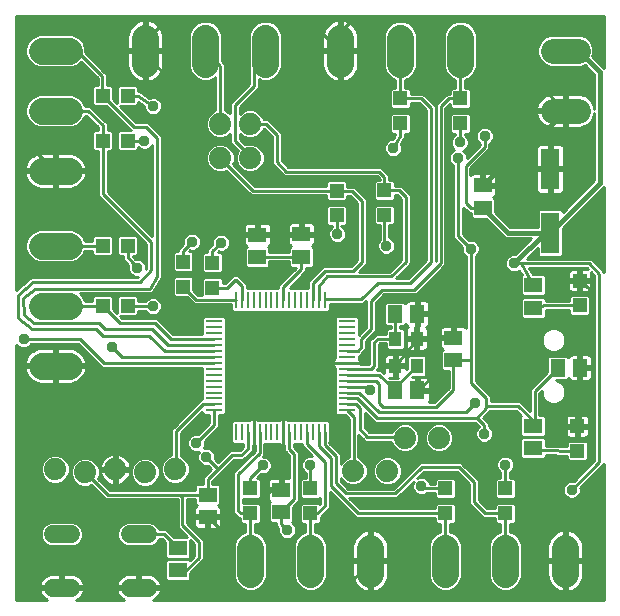
<source format=gtl>
G75*
%MOIN*%
%OFA0B0*%
%FSLAX24Y24*%
%IPPOS*%
%LPD*%
%AMOC8*
5,1,8,0,0,1.08239X$1,22.5*
%
%ADD10R,0.0580X0.0110*%
%ADD11R,0.0110X0.0580*%
%ADD12C,0.0886*%
%ADD13C,0.0740*%
%ADD14R,0.0630X0.0512*%
%ADD15C,0.0600*%
%ADD16R,0.0591X0.0512*%
%ADD17R,0.0433X0.0512*%
%ADD18R,0.0512X0.0591*%
%ADD19R,0.0472X0.0472*%
%ADD20C,0.0827*%
%ADD21R,0.0630X0.1378*%
%ADD22C,0.0160*%
%ADD23C,0.0376*%
%ADD24C,0.0100*%
D10*
X009352Y010792D03*
X009352Y010992D03*
X009352Y011192D03*
X009352Y011382D03*
X009352Y011582D03*
X009352Y011782D03*
X009352Y011972D03*
X009352Y012172D03*
X009352Y012372D03*
X009352Y012572D03*
X009352Y012762D03*
X009352Y012962D03*
X009352Y013162D03*
X009352Y013352D03*
X009352Y013552D03*
X009352Y013752D03*
X013772Y013752D03*
X013772Y013552D03*
X013772Y013352D03*
X013772Y013162D03*
X013772Y012962D03*
X013772Y012762D03*
X013772Y012572D03*
X013772Y012372D03*
X013772Y012172D03*
X013772Y011972D03*
X013772Y011782D03*
X013772Y011582D03*
X013772Y011382D03*
X013772Y011192D03*
X013772Y010992D03*
X013772Y010792D03*
D11*
X013042Y010062D03*
X012842Y010062D03*
X012642Y010062D03*
X012452Y010062D03*
X012252Y010062D03*
X012052Y010062D03*
X011862Y010062D03*
X011662Y010062D03*
X011462Y010062D03*
X011262Y010062D03*
X011072Y010062D03*
X010872Y010062D03*
X010672Y010062D03*
X010482Y010062D03*
X010282Y010062D03*
X010082Y010062D03*
X010082Y014482D03*
X010282Y014482D03*
X010482Y014482D03*
X010672Y014482D03*
X010872Y014482D03*
X011072Y014482D03*
X011262Y014482D03*
X011462Y014482D03*
X011662Y014482D03*
X011862Y014482D03*
X012052Y014482D03*
X012252Y014482D03*
X012452Y014482D03*
X012642Y014482D03*
X012842Y014482D03*
X013042Y014482D03*
D12*
X013562Y022329D02*
X013562Y023215D01*
X015562Y023215D02*
X015562Y022329D01*
X017562Y022329D02*
X017562Y023215D01*
X011062Y023215D02*
X011062Y022329D01*
X009062Y022329D02*
X009062Y023215D01*
X007062Y023215D02*
X007062Y022329D01*
X004505Y022772D02*
X003619Y022772D01*
X003619Y020772D02*
X004505Y020772D01*
X004505Y018772D02*
X003619Y018772D01*
X003619Y016272D02*
X004505Y016272D01*
X004505Y014272D02*
X003619Y014272D01*
X003619Y012272D02*
X004505Y012272D01*
X010562Y006215D02*
X010562Y005329D01*
X012562Y005329D02*
X012562Y006215D01*
X014562Y006215D02*
X014562Y005329D01*
X017062Y005329D02*
X017062Y006215D01*
X019062Y006215D02*
X019062Y005329D01*
X021062Y005329D02*
X021062Y006215D01*
D13*
X016856Y009871D03*
X015716Y009871D03*
X015132Y008772D03*
X013992Y008772D03*
X008062Y008822D03*
X007062Y008722D03*
X006062Y008822D03*
X005062Y008722D03*
X004062Y008822D03*
X009562Y019202D03*
X010562Y019202D03*
X010562Y020342D03*
X009562Y020342D03*
D14*
X020000Y014955D03*
X020000Y014207D03*
X019978Y010280D03*
X019978Y009532D03*
X008143Y006211D03*
X008143Y005463D03*
D15*
X007142Y004882D02*
X006542Y004882D01*
X006542Y006662D02*
X007142Y006662D01*
X004582Y006662D02*
X003982Y006662D01*
X003982Y004882D02*
X004582Y004882D01*
D16*
X009141Y007233D03*
X009141Y007981D03*
X011588Y008136D03*
X011588Y007388D03*
X017334Y012458D03*
X017334Y013206D03*
X018312Y017537D03*
X018312Y018285D03*
X012265Y016660D03*
X012265Y015912D03*
X010797Y015894D03*
X010797Y016642D03*
D17*
X015400Y013179D03*
X016109Y013179D03*
X016109Y012273D03*
X015400Y012273D03*
D18*
X015387Y011453D03*
X016135Y011453D03*
X016130Y014006D03*
X015382Y014006D03*
X020804Y012205D03*
X021552Y012205D03*
D19*
X021462Y010263D03*
X021462Y009436D03*
X019062Y008186D03*
X019062Y007359D03*
X017062Y007359D03*
X017062Y008186D03*
X012562Y008186D03*
X012562Y007359D03*
X010562Y007359D03*
X010562Y008186D03*
X006475Y014272D03*
X005649Y014272D03*
X005649Y016272D03*
X006475Y016272D03*
X008322Y015740D03*
X008322Y014913D03*
X009293Y014878D03*
X009293Y015705D03*
X013442Y017285D03*
X013442Y018112D03*
X015035Y018127D03*
X015035Y017300D03*
X015562Y020359D03*
X015562Y021186D03*
X017562Y021186D03*
X017562Y020359D03*
X021540Y015109D03*
X021540Y014283D03*
X006475Y019772D03*
X005649Y019772D03*
X005649Y021272D03*
X006475Y021272D03*
D20*
X020649Y020772D02*
X021475Y020772D01*
X021475Y022772D02*
X020649Y022772D01*
D21*
X020562Y018835D03*
X020562Y016709D03*
D22*
X020371Y016709D01*
X019351Y015689D01*
X019140Y016709D02*
X020562Y016709D01*
X022226Y018373D01*
X022226Y022056D01*
X021509Y022772D01*
X021062Y022772D01*
X021062Y020772D02*
X020562Y020272D01*
X020562Y018835D01*
X018863Y018835D01*
X018312Y018285D01*
X018312Y017537D02*
X019140Y016709D01*
D23*
X019351Y015689D03*
X018789Y015001D03*
X017331Y015001D03*
X017912Y016172D03*
X015094Y016275D03*
X013461Y016666D03*
X015323Y019533D03*
X017486Y019205D03*
X017546Y019717D03*
X018374Y019932D03*
X021994Y016248D03*
X018529Y011622D03*
X018068Y011044D03*
X018359Y010009D03*
X019059Y008982D03*
X021272Y008135D03*
X016266Y008263D03*
X014547Y011459D03*
X012565Y008963D03*
X010978Y008951D03*
X009092Y009239D03*
X008767Y009700D03*
X011793Y006797D03*
X005960Y012906D03*
X007310Y014263D03*
X006787Y015545D03*
X008621Y016413D03*
X009587Y016378D03*
X007034Y019774D03*
X007320Y020926D03*
X003007Y013154D03*
D24*
X002762Y012978D02*
X002762Y004472D01*
X003795Y004472D01*
X003746Y004497D01*
X003689Y004539D01*
X003639Y004589D01*
X003597Y004646D01*
X003565Y004710D01*
X003543Y004777D01*
X003534Y004832D01*
X004232Y004832D01*
X004232Y004932D01*
X003534Y004932D01*
X003543Y004988D01*
X003565Y005055D01*
X003597Y005118D01*
X003639Y005175D01*
X003689Y005226D01*
X003746Y005267D01*
X003809Y005299D01*
X003877Y005321D01*
X003947Y005332D01*
X004232Y005332D01*
X004232Y004932D01*
X004332Y004932D01*
X005030Y004932D01*
X005021Y004988D01*
X004999Y005055D01*
X004967Y005118D01*
X004925Y005175D01*
X004875Y005226D01*
X004818Y005267D01*
X004755Y005299D01*
X004687Y005321D01*
X004617Y005332D01*
X004332Y005332D01*
X004332Y004932D01*
X004332Y004832D01*
X005030Y004832D01*
X005021Y004777D01*
X004999Y004710D01*
X004967Y004646D01*
X004925Y004589D01*
X004875Y004539D01*
X004818Y004497D01*
X004769Y004472D01*
X006355Y004472D01*
X006306Y004497D01*
X006249Y004539D01*
X006199Y004589D01*
X006157Y004646D01*
X006125Y004710D01*
X006103Y004777D01*
X006094Y004832D01*
X006792Y004832D01*
X006792Y004932D01*
X006094Y004932D01*
X006103Y004988D01*
X006125Y005055D01*
X006157Y005118D01*
X006199Y005175D01*
X006249Y005226D01*
X006306Y005267D01*
X006369Y005299D01*
X006437Y005321D01*
X006507Y005332D01*
X006792Y005332D01*
X006792Y004932D01*
X006892Y004932D01*
X007590Y004932D01*
X007581Y004988D01*
X007559Y005055D01*
X007527Y005118D01*
X007485Y005175D01*
X007435Y005226D01*
X007378Y005267D01*
X007315Y005299D01*
X007247Y005321D01*
X007177Y005332D01*
X006892Y005332D01*
X006892Y004932D01*
X006892Y004832D01*
X007590Y004832D01*
X007581Y004777D01*
X007559Y004710D01*
X007527Y004646D01*
X007485Y004589D01*
X007435Y004539D01*
X007378Y004497D01*
X007329Y004472D01*
X022354Y004472D01*
X022354Y008992D01*
X022262Y008900D01*
X021566Y008204D01*
X021570Y008195D01*
X021570Y008076D01*
X021524Y007967D01*
X021440Y007883D01*
X021331Y007837D01*
X021212Y007837D01*
X021103Y007883D01*
X021019Y007967D01*
X020973Y008076D01*
X020973Y008195D01*
X021019Y008304D01*
X021103Y008388D01*
X021212Y008434D01*
X021331Y008434D01*
X021340Y008430D01*
X022036Y009126D01*
X022036Y015271D01*
X021920Y015387D01*
X021926Y015365D01*
X021926Y015159D01*
X021590Y015159D01*
X021590Y015059D01*
X021590Y014723D01*
X021796Y014723D01*
X021834Y014733D01*
X021868Y014753D01*
X021896Y014781D01*
X021916Y014815D01*
X021926Y014853D01*
X021926Y015059D01*
X021590Y015059D01*
X021490Y015059D01*
X021490Y014723D01*
X021284Y014723D01*
X021246Y014733D01*
X021211Y014753D01*
X021183Y014781D01*
X021164Y014815D01*
X021154Y014853D01*
X021154Y015059D01*
X021490Y015059D01*
X021490Y015159D01*
X021154Y015159D01*
X021154Y015365D01*
X021164Y015404D01*
X021183Y015438D01*
X021211Y015466D01*
X021246Y015485D01*
X021284Y015496D01*
X021490Y015496D01*
X021490Y015159D01*
X021590Y015159D01*
X021590Y015496D01*
X021796Y015496D01*
X021817Y015490D01*
X021778Y015529D01*
X019849Y015529D01*
X019970Y015321D01*
X020360Y015321D01*
X020424Y015257D01*
X020424Y014654D01*
X020360Y014589D01*
X019639Y014589D01*
X019575Y014654D01*
X019575Y015257D01*
X019614Y015296D01*
X019528Y015444D01*
X019520Y015436D01*
X019410Y015391D01*
X019292Y015391D01*
X019182Y015436D01*
X019098Y015520D01*
X019053Y015629D01*
X019053Y015748D01*
X019098Y015858D01*
X019182Y015941D01*
X019292Y015987D01*
X019380Y015987D01*
X019913Y016519D01*
X019062Y016519D01*
X018950Y016631D01*
X018410Y017171D01*
X017972Y017171D01*
X017907Y017236D01*
X017907Y017357D01*
X017839Y017357D01*
X017745Y017451D01*
X017647Y017549D01*
X017647Y016664D01*
X017844Y016467D01*
X017853Y016470D01*
X017971Y016470D01*
X018081Y016425D01*
X018165Y016341D01*
X018210Y016232D01*
X018210Y016113D01*
X018165Y016003D01*
X018086Y015924D01*
X018086Y011773D01*
X018595Y011264D01*
X018595Y011092D01*
X019557Y011092D01*
X019651Y010999D01*
X019880Y010770D01*
X019880Y011508D01*
X019974Y011602D01*
X020438Y012065D01*
X020438Y012546D01*
X018086Y012546D01*
X018086Y012448D02*
X020438Y012448D01*
X020438Y012546D02*
X020502Y012610D01*
X021105Y012610D01*
X021156Y012559D01*
X021176Y012592D01*
X021204Y012620D01*
X021238Y012640D01*
X021276Y012650D01*
X021502Y012650D01*
X021502Y012255D01*
X021602Y012255D01*
X021957Y012255D01*
X021957Y012520D01*
X021947Y012558D01*
X021927Y012592D01*
X021900Y012620D01*
X021865Y012640D01*
X021827Y012650D01*
X021602Y012650D01*
X021602Y012255D01*
X021602Y012155D01*
X021957Y012155D01*
X021957Y011890D01*
X021947Y011852D01*
X021927Y011817D01*
X021900Y011790D01*
X021865Y011770D01*
X021827Y011760D01*
X021602Y011760D01*
X021602Y012155D01*
X021502Y012155D01*
X021502Y011760D01*
X021276Y011760D01*
X021238Y011770D01*
X021204Y011790D01*
X021176Y011817D01*
X021156Y011851D01*
X021105Y011800D01*
X020756Y011800D01*
X020893Y011743D01*
X021005Y011631D01*
X021065Y011485D01*
X021065Y011327D01*
X021005Y011181D01*
X020893Y011070D01*
X020747Y011009D01*
X020589Y011009D01*
X020444Y011070D01*
X020332Y011181D01*
X020271Y011327D01*
X020271Y011447D01*
X020200Y011375D01*
X020200Y010646D01*
X020339Y010646D01*
X020403Y010581D01*
X020403Y009978D01*
X020339Y009914D01*
X019618Y009914D01*
X019553Y009978D01*
X019553Y010581D01*
X019585Y010613D01*
X019425Y010772D01*
X018556Y010772D01*
X018333Y010549D01*
X018519Y010363D01*
X018519Y010265D01*
X018528Y010262D01*
X018612Y010178D01*
X018657Y010068D01*
X018657Y009950D01*
X018612Y009840D01*
X018528Y009756D01*
X018419Y009711D01*
X018300Y009711D01*
X018190Y009756D01*
X018107Y009840D01*
X018061Y009950D01*
X018061Y010068D01*
X018107Y010178D01*
X018179Y010250D01*
X018055Y010374D01*
X014705Y010374D01*
X014611Y010468D01*
X014374Y010705D01*
X014374Y010220D01*
X014531Y010062D01*
X015276Y010062D01*
X015309Y010143D01*
X015444Y010278D01*
X015621Y010351D01*
X015812Y010351D01*
X015988Y010278D01*
X016123Y010143D01*
X016196Y009967D01*
X016196Y009776D01*
X016123Y009599D01*
X015988Y009464D01*
X015812Y009391D01*
X015621Y009391D01*
X015444Y009464D01*
X015309Y009599D01*
X015250Y009742D01*
X014399Y009742D01*
X014305Y009836D01*
X014165Y009976D01*
X014165Y009220D01*
X014264Y009179D01*
X014399Y009044D01*
X014472Y008868D01*
X014472Y008677D01*
X014399Y008500D01*
X014264Y008365D01*
X014087Y008292D01*
X013897Y008292D01*
X013720Y008365D01*
X013585Y008500D01*
X013570Y008538D01*
X013570Y008436D01*
X013824Y008182D01*
X015325Y008182D01*
X016206Y009063D01*
X017572Y009063D01*
X017666Y008969D01*
X018171Y008464D01*
X018171Y007794D01*
X018446Y007519D01*
X018716Y007519D01*
X018716Y007641D01*
X018780Y007705D01*
X019344Y007705D01*
X019408Y007641D01*
X019408Y007077D01*
X019344Y007013D01*
X019222Y007013D01*
X019222Y006747D01*
X019375Y006684D01*
X019531Y006528D01*
X019615Y006325D01*
X019615Y005219D01*
X019531Y005016D01*
X019375Y004861D01*
X019172Y004776D01*
X018952Y004776D01*
X018749Y004861D01*
X018593Y005016D01*
X018509Y005219D01*
X018509Y006325D01*
X018593Y006528D01*
X018749Y006684D01*
X018902Y006747D01*
X018902Y007013D01*
X018780Y007013D01*
X018716Y007077D01*
X018716Y007199D01*
X018313Y007199D01*
X017944Y007568D01*
X017851Y007661D01*
X017851Y008332D01*
X017439Y008743D01*
X016339Y008743D01*
X016122Y008526D01*
X016207Y008561D01*
X016325Y008561D01*
X016435Y008516D01*
X016519Y008432D01*
X016554Y008346D01*
X016716Y008346D01*
X016716Y008467D01*
X016780Y008532D01*
X017344Y008532D01*
X017408Y008467D01*
X017408Y007904D01*
X017344Y007839D01*
X016780Y007839D01*
X016716Y007904D01*
X016716Y008026D01*
X016450Y008026D01*
X016435Y008010D01*
X016325Y007965D01*
X016207Y007965D01*
X016097Y008010D01*
X016013Y008094D01*
X015968Y008204D01*
X015968Y008322D01*
X016003Y008407D01*
X015551Y007955D01*
X015457Y007862D01*
X013862Y007862D01*
X014205Y007519D01*
X016716Y007519D01*
X016716Y007641D01*
X016780Y007705D01*
X017344Y007705D01*
X017408Y007641D01*
X017408Y007077D01*
X017344Y007013D01*
X017222Y007013D01*
X017222Y006747D01*
X017375Y006684D01*
X017531Y006528D01*
X017615Y006325D01*
X017615Y005219D01*
X017531Y005016D01*
X017375Y004861D01*
X017172Y004776D01*
X016952Y004776D01*
X016749Y004861D01*
X016593Y005016D01*
X016509Y005219D01*
X016509Y006325D01*
X016593Y006528D01*
X016749Y006684D01*
X016902Y006747D01*
X016902Y007013D01*
X016780Y007013D01*
X016716Y007077D01*
X016716Y007199D01*
X014072Y007199D01*
X013205Y008066D01*
X013205Y007536D01*
X013111Y007442D01*
X012908Y007239D01*
X012908Y007077D01*
X012844Y007013D01*
X012722Y007013D01*
X012722Y006747D01*
X012875Y006684D01*
X013031Y006528D01*
X013115Y006325D01*
X013115Y005219D01*
X013031Y005016D01*
X012875Y004861D01*
X012672Y004776D01*
X012452Y004776D01*
X012249Y004861D01*
X012093Y005016D01*
X012009Y005219D01*
X012009Y006325D01*
X012093Y006528D01*
X012249Y006684D01*
X012402Y006747D01*
X012402Y007013D01*
X012280Y007013D01*
X012216Y007077D01*
X012216Y007641D01*
X012280Y007705D01*
X012844Y007705D01*
X012883Y007666D01*
X012885Y007668D01*
X012885Y007881D01*
X012844Y007839D01*
X012280Y007839D01*
X012216Y007904D01*
X012216Y008467D01*
X012280Y008532D01*
X012405Y008532D01*
X012405Y008706D01*
X012396Y008710D01*
X012312Y008794D01*
X012267Y008904D01*
X012267Y009022D01*
X012312Y009132D01*
X012396Y009216D01*
X012505Y009261D01*
X012618Y009261D01*
X012386Y009493D01*
X012099Y009493D01*
X012142Y009449D02*
X012020Y009574D01*
X012020Y009662D01*
X012292Y009662D01*
X012292Y009587D01*
X012386Y009493D01*
X012292Y009591D02*
X012020Y009591D01*
X011860Y009509D02*
X012028Y009336D01*
X012028Y007818D01*
X011598Y007388D01*
X011588Y007388D01*
X011588Y007002D01*
X011793Y006797D01*
X012059Y006932D02*
X012402Y006932D01*
X012402Y006833D02*
X012091Y006833D01*
X012091Y006856D02*
X012045Y006966D01*
X011961Y007050D01*
X011958Y007051D01*
X011993Y007087D01*
X011993Y007557D01*
X012094Y007658D01*
X012188Y007751D01*
X012188Y009335D01*
X012189Y009401D01*
X012188Y009401D01*
X012188Y009403D01*
X012142Y009449D01*
X012189Y009394D02*
X012484Y009394D01*
X012583Y009296D02*
X012188Y009296D01*
X012188Y009197D02*
X012377Y009197D01*
X012298Y009099D02*
X012188Y009099D01*
X012188Y009000D02*
X012267Y009000D01*
X012267Y008902D02*
X012188Y008902D01*
X012188Y008803D02*
X012308Y008803D01*
X012405Y008705D02*
X012188Y008705D01*
X012188Y008606D02*
X012405Y008606D01*
X012256Y008508D02*
X012188Y008508D01*
X012188Y008409D02*
X012216Y008409D01*
X012216Y008311D02*
X012188Y008311D01*
X012188Y008212D02*
X012216Y008212D01*
X012216Y008114D02*
X012188Y008114D01*
X012188Y008015D02*
X012216Y008015D01*
X012216Y007917D02*
X012188Y007917D01*
X012188Y007818D02*
X012885Y007818D01*
X012885Y007720D02*
X012156Y007720D01*
X012216Y007621D02*
X012058Y007621D01*
X011993Y007523D02*
X012216Y007523D01*
X012216Y007424D02*
X011993Y007424D01*
X011993Y007326D02*
X012216Y007326D01*
X012216Y007227D02*
X011993Y007227D01*
X011993Y007129D02*
X012216Y007129D01*
X012263Y007030D02*
X011981Y007030D01*
X012091Y006856D02*
X012091Y006738D01*
X012045Y006628D01*
X011961Y006544D01*
X011852Y006499D01*
X011733Y006499D01*
X011624Y006544D01*
X011540Y006628D01*
X011494Y006738D01*
X011494Y006856D01*
X011498Y006865D01*
X011428Y006935D01*
X011428Y007022D01*
X011247Y007022D01*
X011183Y007087D01*
X011183Y007690D01*
X011234Y007741D01*
X011201Y007760D01*
X011173Y007788D01*
X011153Y007822D01*
X011143Y007861D01*
X011143Y008086D01*
X011538Y008086D01*
X011538Y008186D01*
X011143Y008186D01*
X011143Y008412D01*
X011153Y008450D01*
X011173Y008484D01*
X011201Y008512D01*
X011235Y008532D01*
X011273Y008542D01*
X011538Y008542D01*
X011538Y008186D01*
X011638Y008186D01*
X011638Y008542D01*
X011868Y008542D01*
X011868Y009271D01*
X011746Y009396D01*
X011700Y009442D01*
X011700Y009444D01*
X011699Y009445D01*
X011700Y009510D01*
X011700Y009622D01*
X011662Y009622D01*
X011662Y010062D01*
X011662Y010062D01*
X011662Y009622D01*
X011587Y009622D01*
X011549Y009633D01*
X011515Y009652D01*
X011505Y009662D01*
X011034Y009662D01*
X011034Y009304D01*
X010980Y009249D01*
X011037Y009249D01*
X011147Y009204D01*
X011231Y009120D01*
X011276Y009011D01*
X011276Y008892D01*
X011231Y008783D01*
X011147Y008699D01*
X011037Y008653D01*
X010919Y008653D01*
X010910Y008657D01*
X010785Y008532D01*
X010844Y008532D01*
X010908Y008467D01*
X010908Y007904D01*
X010844Y007839D01*
X010318Y007839D01*
X010318Y007705D01*
X010844Y007705D01*
X010908Y007641D01*
X010908Y007077D01*
X010844Y007013D01*
X010722Y007013D01*
X010722Y006747D01*
X010875Y006684D01*
X011031Y006528D01*
X011115Y006325D01*
X011115Y005219D01*
X011031Y005016D01*
X010875Y004861D01*
X010672Y004776D01*
X010452Y004776D01*
X010249Y004861D01*
X010093Y005016D01*
X010009Y005219D01*
X010009Y006325D01*
X010093Y006528D01*
X010249Y006684D01*
X010402Y006747D01*
X010402Y007013D01*
X010280Y007013D01*
X010216Y007077D01*
X010216Y007199D01*
X010174Y007199D01*
X010092Y007281D01*
X009998Y007375D01*
X009998Y008720D01*
X010714Y009436D01*
X010714Y009622D01*
X010672Y009622D01*
X010672Y010062D01*
X010672Y010062D01*
X010672Y009622D01*
X010640Y009622D01*
X010640Y009562D01*
X010643Y009558D01*
X010640Y009496D01*
X010640Y009433D01*
X010637Y009430D01*
X010637Y009426D01*
X010590Y009384D01*
X010546Y009339D01*
X010542Y009339D01*
X010378Y009190D01*
X010334Y009145D01*
X010330Y009145D01*
X010327Y009143D01*
X010264Y009145D01*
X010018Y009145D01*
X009637Y008765D01*
X009544Y008671D01*
X009301Y008428D01*
X009301Y008347D01*
X009482Y008347D01*
X009546Y008283D01*
X009546Y007680D01*
X009495Y007628D01*
X009528Y007609D01*
X009556Y007581D01*
X009576Y007547D01*
X009586Y007509D01*
X009586Y007283D01*
X009191Y007283D01*
X009191Y007183D01*
X009191Y006827D01*
X009456Y006827D01*
X009494Y006837D01*
X009528Y006857D01*
X009556Y006885D01*
X009576Y006919D01*
X009586Y006957D01*
X009586Y007183D01*
X009191Y007183D01*
X009091Y007183D01*
X008696Y007183D01*
X008696Y006957D01*
X008706Y006919D01*
X008726Y006885D01*
X008754Y006857D01*
X008788Y006837D01*
X008826Y006827D01*
X009091Y006827D01*
X009091Y007183D01*
X009091Y007283D01*
X008696Y007283D01*
X008696Y007509D01*
X008706Y007547D01*
X008726Y007581D01*
X008754Y007609D01*
X008787Y007628D01*
X008736Y007680D01*
X008736Y007821D01*
X008459Y007821D01*
X008459Y007021D01*
X009015Y006466D01*
X009015Y005816D01*
X008921Y005722D01*
X008568Y005369D01*
X008568Y005162D01*
X008504Y005098D01*
X007783Y005098D01*
X007718Y005162D01*
X007718Y005765D01*
X007783Y005829D01*
X008504Y005829D01*
X008540Y005793D01*
X008695Y005948D01*
X008695Y006333D01*
X008568Y006460D01*
X008568Y005910D01*
X008504Y005846D01*
X007783Y005846D01*
X007718Y005910D01*
X007718Y006410D01*
X007626Y006502D01*
X007520Y006502D01*
X007490Y006430D01*
X007374Y006315D01*
X007224Y006252D01*
X006460Y006252D01*
X006310Y006315D01*
X006194Y006430D01*
X006132Y006581D01*
X006132Y006744D01*
X006194Y006895D01*
X006310Y007010D01*
X006460Y007072D01*
X007224Y007072D01*
X007374Y007010D01*
X007490Y006895D01*
X007520Y006822D01*
X007759Y006822D01*
X007852Y006729D01*
X008004Y006577D01*
X008451Y006577D01*
X008233Y006795D01*
X008139Y006889D01*
X008139Y007821D01*
X005737Y007821D01*
X005643Y007915D01*
X005269Y008289D01*
X005157Y008242D01*
X004967Y008242D01*
X004790Y008315D01*
X004655Y008450D01*
X004582Y008627D01*
X004582Y008818D01*
X004655Y008994D01*
X004790Y009129D01*
X004967Y009202D01*
X005157Y009202D01*
X005334Y009129D01*
X005469Y008994D01*
X005542Y008818D01*
X005542Y008627D01*
X005496Y008515D01*
X005870Y008141D01*
X008736Y008141D01*
X008736Y008283D01*
X008800Y008347D01*
X008981Y008347D01*
X008981Y008561D01*
X009251Y008831D01*
X009141Y008941D01*
X009033Y008941D01*
X008924Y008986D01*
X008840Y009070D01*
X008794Y009179D01*
X008794Y009298D01*
X008840Y009408D01*
X008840Y009408D01*
X008826Y009402D01*
X008708Y009402D01*
X008598Y009448D01*
X008514Y009531D01*
X008469Y009641D01*
X008469Y009760D01*
X008514Y009869D01*
X008598Y009953D01*
X008708Y009998D01*
X008826Y009998D01*
X008835Y009995D01*
X009192Y010351D01*
X009192Y010627D01*
X009016Y010627D01*
X008952Y010692D01*
X008952Y010719D01*
X008250Y010018D01*
X008250Y009264D01*
X008334Y009229D01*
X008469Y009094D01*
X008542Y008918D01*
X008542Y008727D01*
X008469Y008550D01*
X008334Y008415D01*
X008157Y008342D01*
X007967Y008342D01*
X007790Y008415D01*
X007655Y008550D01*
X007582Y008727D01*
X007582Y008918D01*
X007655Y009094D01*
X007790Y009229D01*
X007930Y009287D01*
X007930Y010150D01*
X008024Y010244D01*
X008932Y011152D01*
X008952Y011152D01*
X008952Y012212D01*
X005607Y012212D01*
X004825Y012994D01*
X003264Y012994D01*
X003260Y012985D01*
X003176Y012901D01*
X003067Y012856D01*
X002948Y012856D01*
X002839Y012901D01*
X002762Y012978D01*
X002762Y012940D02*
X002800Y012940D01*
X002762Y012842D02*
X003453Y012842D01*
X003480Y012851D02*
X003391Y012822D01*
X003308Y012779D01*
X003233Y012725D01*
X003167Y012659D01*
X003112Y012583D01*
X003070Y012500D01*
X003041Y012411D01*
X003027Y012322D01*
X004012Y012322D01*
X004012Y012222D01*
X004112Y012222D01*
X004112Y011679D01*
X004552Y011679D01*
X004644Y011694D01*
X004733Y011723D01*
X004816Y011765D01*
X004891Y011820D01*
X004957Y011886D01*
X005012Y011962D01*
X005054Y012045D01*
X005083Y012133D01*
X005097Y012222D01*
X004112Y012222D01*
X004112Y012322D01*
X005097Y012322D01*
X005083Y012411D01*
X005054Y012500D01*
X005012Y012583D01*
X004957Y012659D01*
X004891Y012725D01*
X004816Y012779D01*
X004733Y012822D01*
X004644Y012851D01*
X004552Y012865D01*
X004112Y012865D01*
X004112Y012322D01*
X004012Y012322D01*
X004012Y012865D01*
X003572Y012865D01*
X003480Y012851D01*
X003259Y012743D02*
X002762Y012743D01*
X002762Y012645D02*
X003157Y012645D01*
X003093Y012546D02*
X002762Y012546D01*
X002762Y012448D02*
X003053Y012448D01*
X003031Y012349D02*
X002762Y012349D01*
X002762Y012251D02*
X004012Y012251D01*
X004012Y012222D02*
X003027Y012222D01*
X003041Y012133D01*
X003070Y012045D01*
X003112Y011962D01*
X003167Y011886D01*
X003233Y011820D01*
X003308Y011765D01*
X003391Y011723D01*
X003480Y011694D01*
X003572Y011679D01*
X004012Y011679D01*
X004012Y012222D01*
X004012Y012152D02*
X004112Y012152D01*
X004112Y012054D02*
X004012Y012054D01*
X004012Y011955D02*
X004112Y011955D01*
X004112Y011857D02*
X004012Y011857D01*
X004012Y011758D02*
X004112Y011758D01*
X004062Y011628D02*
X006014Y009676D01*
X006014Y008870D01*
X006062Y008822D01*
X006012Y008803D02*
X005542Y008803D01*
X005543Y008772D02*
X005555Y008701D01*
X005580Y008623D01*
X005617Y008550D01*
X005665Y008484D01*
X005723Y008426D01*
X005789Y008378D01*
X005862Y008340D01*
X005940Y008315D01*
X006012Y008304D01*
X006012Y008772D01*
X006112Y008772D01*
X006112Y008304D01*
X006184Y008315D01*
X006262Y008340D01*
X006335Y008378D01*
X006401Y008426D01*
X006459Y008484D01*
X006507Y008550D01*
X006544Y008623D01*
X006569Y008701D01*
X006581Y008772D01*
X006112Y008772D01*
X006112Y008872D01*
X006581Y008872D01*
X006569Y008944D01*
X006544Y009022D01*
X006507Y009095D01*
X006459Y009161D01*
X006401Y009219D01*
X006335Y009267D01*
X006262Y009304D01*
X006184Y009330D01*
X006112Y009341D01*
X006112Y008872D01*
X006012Y008872D01*
X006012Y008772D01*
X005543Y008772D01*
X005542Y008705D02*
X005554Y008705D01*
X005534Y008606D02*
X005588Y008606D01*
X005648Y008508D02*
X005503Y008508D01*
X005601Y008409D02*
X005746Y008409D01*
X005700Y008311D02*
X005967Y008311D01*
X006012Y008311D02*
X006112Y008311D01*
X006157Y008311D02*
X006801Y008311D01*
X006790Y008315D02*
X006967Y008242D01*
X007157Y008242D01*
X007334Y008315D01*
X007469Y008450D01*
X007542Y008627D01*
X007542Y008818D01*
X007469Y008994D01*
X007334Y009129D01*
X007157Y009202D01*
X006967Y009202D01*
X006790Y009129D01*
X006655Y008994D01*
X006582Y008818D01*
X006582Y008627D01*
X006655Y008450D01*
X006790Y008315D01*
X006696Y008409D02*
X006378Y008409D01*
X006476Y008508D02*
X006631Y008508D01*
X006591Y008606D02*
X006536Y008606D01*
X006570Y008705D02*
X006582Y008705D01*
X006582Y008803D02*
X006112Y008803D01*
X006112Y008705D02*
X006012Y008705D01*
X006012Y008606D02*
X006112Y008606D01*
X006112Y008508D02*
X006012Y008508D01*
X006012Y008409D02*
X006112Y008409D01*
X005798Y008212D02*
X008736Y008212D01*
X008764Y008311D02*
X007323Y008311D01*
X007428Y008409D02*
X007805Y008409D01*
X007698Y008508D02*
X007493Y008508D01*
X007534Y008606D02*
X007632Y008606D01*
X007591Y008705D02*
X007542Y008705D01*
X007542Y008803D02*
X007582Y008803D01*
X007582Y008902D02*
X007507Y008902D01*
X007463Y009000D02*
X007616Y009000D01*
X007660Y009099D02*
X007364Y009099D01*
X007170Y009197D02*
X007758Y009197D01*
X007930Y009296D02*
X006278Y009296D01*
X006112Y009296D02*
X006012Y009296D01*
X006012Y009341D02*
X005940Y009330D01*
X005862Y009304D01*
X005789Y009267D01*
X005723Y009219D01*
X005665Y009161D01*
X005617Y009095D01*
X005580Y009022D01*
X005555Y008944D01*
X005543Y008872D01*
X006012Y008872D01*
X006012Y009341D01*
X006012Y009197D02*
X006112Y009197D01*
X006112Y009099D02*
X006012Y009099D01*
X006012Y009000D02*
X006112Y009000D01*
X006112Y008902D02*
X006012Y008902D01*
X005846Y009296D02*
X004173Y009296D01*
X004157Y009302D02*
X003967Y009302D01*
X003790Y009229D01*
X003655Y009094D01*
X003582Y008918D01*
X003582Y008727D01*
X003655Y008550D01*
X003790Y008415D01*
X003967Y008342D01*
X004157Y008342D01*
X004334Y008415D01*
X004469Y008550D01*
X004542Y008727D01*
X004542Y008918D01*
X004469Y009094D01*
X004334Y009229D01*
X004157Y009302D01*
X003951Y009296D02*
X002762Y009296D01*
X002762Y009394D02*
X007930Y009394D01*
X007930Y009493D02*
X002762Y009493D01*
X002762Y009591D02*
X007930Y009591D01*
X007930Y009690D02*
X002762Y009690D01*
X002762Y009788D02*
X007930Y009788D01*
X007930Y009887D02*
X002762Y009887D01*
X002762Y009985D02*
X007930Y009985D01*
X007930Y010084D02*
X002762Y010084D01*
X002762Y010182D02*
X007962Y010182D01*
X008061Y010281D02*
X002762Y010281D01*
X002762Y010379D02*
X008159Y010379D01*
X008258Y010478D02*
X002762Y010478D01*
X002762Y010576D02*
X008356Y010576D01*
X008455Y010675D02*
X002762Y010675D01*
X002762Y010773D02*
X008553Y010773D01*
X008652Y010872D02*
X002762Y010872D01*
X002762Y010970D02*
X008750Y010970D01*
X008849Y011069D02*
X002762Y011069D01*
X002762Y011167D02*
X008952Y011167D01*
X008952Y011266D02*
X002762Y011266D01*
X002762Y011364D02*
X008952Y011364D01*
X008952Y011463D02*
X002762Y011463D01*
X002762Y011561D02*
X008952Y011561D01*
X008952Y011660D02*
X002762Y011660D01*
X002762Y011758D02*
X003322Y011758D01*
X003196Y011857D02*
X002762Y011857D01*
X002762Y011955D02*
X003117Y011955D01*
X003067Y012054D02*
X002762Y012054D01*
X002762Y012152D02*
X003038Y012152D01*
X003215Y012940D02*
X004879Y012940D01*
X004978Y012842D02*
X004671Y012842D01*
X004865Y012743D02*
X005076Y012743D01*
X005175Y012645D02*
X004967Y012645D01*
X005031Y012546D02*
X005273Y012546D01*
X005372Y012448D02*
X005071Y012448D01*
X005093Y012349D02*
X005470Y012349D01*
X005569Y012251D02*
X004112Y012251D01*
X004062Y012272D02*
X004062Y011628D01*
X004802Y011758D02*
X008952Y011758D01*
X008952Y011857D02*
X004928Y011857D01*
X005008Y011955D02*
X008952Y011955D01*
X008952Y012054D02*
X005057Y012054D01*
X005086Y012152D02*
X008952Y012152D01*
X009352Y012372D02*
X005673Y012372D01*
X004892Y013154D01*
X003007Y013154D01*
X003291Y013498D02*
X002812Y013875D01*
X002812Y014616D01*
X003326Y015073D01*
X006873Y015073D01*
X007261Y015461D01*
X007261Y016400D01*
X005649Y018012D01*
X005649Y019772D01*
X005650Y019773D01*
X005650Y020283D01*
X005161Y020772D01*
X004062Y020772D01*
X003509Y020219D02*
X004615Y020219D01*
X004818Y020304D01*
X004974Y020459D01*
X005037Y020612D01*
X005094Y020612D01*
X005490Y020217D01*
X005490Y020119D01*
X005367Y020119D01*
X005302Y020054D01*
X005302Y019491D01*
X005367Y019426D01*
X005489Y019426D01*
X005489Y017946D01*
X007101Y016334D01*
X007101Y015527D01*
X007085Y015511D01*
X007085Y015604D01*
X007039Y015714D01*
X006955Y015797D01*
X006846Y015843D01*
X006734Y015843D01*
X006659Y015926D01*
X006757Y015926D01*
X006822Y015991D01*
X006822Y016554D01*
X006757Y016619D01*
X006194Y016619D01*
X006129Y016554D01*
X006129Y015991D01*
X006194Y015926D01*
X006315Y015926D01*
X006315Y015895D01*
X006312Y015833D01*
X006315Y015830D01*
X006315Y015825D01*
X006359Y015781D01*
X006498Y015627D01*
X006488Y015604D01*
X006488Y015485D01*
X006534Y015376D01*
X006618Y015292D01*
X006727Y015247D01*
X006820Y015247D01*
X006807Y015233D01*
X003330Y015233D01*
X003269Y015237D01*
X003265Y015233D01*
X003259Y015233D01*
X003216Y015190D01*
X002762Y014786D01*
X002762Y023942D01*
X022354Y023942D01*
X022354Y022196D01*
X021965Y022586D01*
X021999Y022668D01*
X021999Y022876D01*
X021919Y023069D01*
X021772Y023216D01*
X021580Y023296D01*
X020545Y023296D01*
X020352Y023216D01*
X020205Y023069D01*
X020125Y022876D01*
X020125Y022668D01*
X020205Y022476D01*
X020352Y022329D01*
X020545Y022249D01*
X021580Y022249D01*
X021710Y022303D01*
X022036Y021977D01*
X022036Y020833D01*
X022025Y020904D01*
X021998Y020989D01*
X021957Y021068D01*
X021905Y021139D01*
X021842Y021202D01*
X021771Y021254D01*
X021692Y021294D01*
X021607Y021322D01*
X021520Y021336D01*
X021112Y021336D01*
X021112Y020822D01*
X021012Y020822D01*
X021012Y020722D01*
X021112Y020722D01*
X021112Y020209D01*
X021520Y020209D01*
X021607Y020223D01*
X021692Y020250D01*
X021771Y020290D01*
X021842Y020343D01*
X021905Y020405D01*
X021957Y020477D01*
X021998Y020556D01*
X022025Y020640D01*
X022036Y020711D01*
X022036Y018452D01*
X020987Y017403D01*
X020987Y017444D01*
X020923Y017508D01*
X020201Y017508D01*
X020137Y017444D01*
X020137Y016899D01*
X019219Y016899D01*
X018718Y017401D01*
X018718Y017839D01*
X018666Y017890D01*
X018700Y017909D01*
X018728Y017937D01*
X018748Y017971D01*
X018758Y018010D01*
X018758Y018235D01*
X018362Y018235D01*
X018362Y018335D01*
X018262Y018335D01*
X018262Y018691D01*
X017997Y018691D01*
X017959Y018681D01*
X017925Y018661D01*
X017899Y018635D01*
X017899Y018858D01*
X018534Y019493D01*
X018534Y019675D01*
X018543Y019679D01*
X018627Y019763D01*
X018672Y019872D01*
X018672Y019991D01*
X018627Y020101D01*
X018543Y020184D01*
X018433Y020230D01*
X018315Y020230D01*
X018205Y020184D01*
X018121Y020101D01*
X018076Y019991D01*
X018076Y019872D01*
X018121Y019763D01*
X018205Y019679D01*
X018214Y019675D01*
X018214Y019625D01*
X017785Y019196D01*
X017785Y019264D01*
X017739Y019373D01*
X017668Y019444D01*
X017715Y019464D01*
X017799Y019548D01*
X017844Y019657D01*
X017844Y019776D01*
X017799Y019885D01*
X017717Y019967D01*
X017719Y020002D01*
X017722Y020005D01*
X017722Y020013D01*
X017844Y020013D01*
X017908Y020077D01*
X017908Y020641D01*
X017844Y020705D01*
X017280Y020705D01*
X017216Y020641D01*
X017216Y020077D01*
X017280Y020013D01*
X017399Y020013D01*
X017398Y019978D01*
X017377Y019969D01*
X017293Y019885D01*
X017248Y019776D01*
X017248Y019657D01*
X017293Y019548D01*
X017364Y019477D01*
X017318Y019457D01*
X017234Y019373D01*
X017188Y019264D01*
X017188Y019145D01*
X017234Y019036D01*
X017318Y018952D01*
X017327Y018948D01*
X017327Y016531D01*
X017421Y016438D01*
X017618Y016241D01*
X017614Y016232D01*
X017614Y016113D01*
X017659Y016003D01*
X017743Y015920D01*
X017766Y015910D01*
X017766Y013525D01*
X017749Y013554D01*
X017721Y013581D01*
X017687Y013601D01*
X017649Y013611D01*
X017384Y013611D01*
X017384Y013256D01*
X017284Y013256D01*
X017284Y013611D01*
X017019Y013611D01*
X016980Y013601D01*
X016946Y013581D01*
X016918Y013554D01*
X016899Y013519D01*
X016888Y013481D01*
X016888Y013256D01*
X017284Y013256D01*
X017284Y013156D01*
X016888Y013156D01*
X016888Y012930D01*
X016899Y012892D01*
X016918Y012858D01*
X016946Y012830D01*
X016980Y012810D01*
X016928Y012759D01*
X016928Y012156D01*
X016993Y012092D01*
X017174Y012092D01*
X017174Y011545D01*
X016690Y011061D01*
X016506Y011061D01*
X016511Y011066D01*
X016531Y011100D01*
X016541Y011138D01*
X016541Y011403D01*
X016185Y011403D01*
X016185Y011503D01*
X016541Y011503D01*
X016541Y011768D01*
X016531Y011806D01*
X016511Y011840D01*
X016483Y011868D01*
X016449Y011888D01*
X016410Y011898D01*
X016185Y011898D01*
X016185Y011503D01*
X016085Y011503D01*
X016085Y011898D01*
X015960Y011898D01*
X015969Y011907D01*
X016371Y011907D01*
X016435Y011972D01*
X016435Y012575D01*
X016371Y012639D01*
X015847Y012639D01*
X015782Y012575D01*
X015782Y012173D01*
X015767Y012157D01*
X015767Y012223D01*
X015450Y012223D01*
X015450Y011867D01*
X015477Y011867D01*
X015468Y011858D01*
X015208Y011858D01*
X015199Y011867D01*
X015350Y011867D01*
X015350Y012223D01*
X015034Y012223D01*
X015034Y012032D01*
X014934Y012132D01*
X014778Y012132D01*
X014844Y012199D01*
X014844Y012987D01*
X014875Y013019D01*
X015074Y013019D01*
X015074Y012877D01*
X015138Y012813D01*
X015662Y012813D01*
X015727Y012877D01*
X015727Y013480D01*
X015662Y013544D01*
X015560Y013544D01*
X015560Y013600D01*
X015683Y013600D01*
X015735Y013652D01*
X015754Y013618D01*
X015782Y013590D01*
X015816Y013571D01*
X015824Y013568D01*
X015800Y013554D01*
X015772Y013527D01*
X015753Y013492D01*
X015742Y013454D01*
X015742Y013229D01*
X016059Y013229D01*
X016059Y013560D01*
X016080Y013560D01*
X016080Y013956D01*
X016180Y013956D01*
X016180Y014056D01*
X016080Y014056D01*
X016080Y014451D01*
X015854Y014451D01*
X015816Y014441D01*
X015782Y014421D01*
X015754Y014393D01*
X015735Y014360D01*
X015683Y014411D01*
X015080Y014411D01*
X015016Y014346D01*
X015016Y013665D01*
X015080Y013600D01*
X015240Y013600D01*
X015240Y013544D01*
X015138Y013544D01*
X015074Y013480D01*
X015074Y013339D01*
X014743Y013339D01*
X014649Y013245D01*
X014649Y013245D01*
X014618Y013213D01*
X014618Y013213D01*
X014524Y013120D01*
X014524Y012331D01*
X014519Y012326D01*
X014212Y012326D01*
X014212Y012372D01*
X013772Y012372D01*
X013772Y012372D01*
X013332Y012372D01*
X013332Y012298D01*
X013342Y012259D01*
X013362Y012225D01*
X013372Y012215D01*
X013372Y010692D01*
X013436Y010627D01*
X013711Y010627D01*
X013845Y010493D01*
X013845Y009231D01*
X013720Y009179D01*
X013585Y009044D01*
X013570Y009007D01*
X013570Y009328D01*
X013202Y009695D01*
X013202Y009722D01*
X013207Y009727D01*
X013207Y010398D01*
X013143Y010462D01*
X011819Y010462D01*
X011809Y010472D01*
X011775Y010492D01*
X011737Y010502D01*
X011662Y010502D01*
X011587Y010502D01*
X011549Y010492D01*
X011515Y010472D01*
X011505Y010462D01*
X010829Y010462D01*
X010819Y010472D01*
X010785Y010492D01*
X010747Y010502D01*
X010672Y010502D01*
X010597Y010502D01*
X010559Y010492D01*
X010525Y010472D01*
X010515Y010462D01*
X009981Y010462D01*
X009917Y010398D01*
X009917Y009727D01*
X009981Y009662D01*
X010320Y009662D01*
X010320Y009570D01*
X010206Y009465D01*
X009886Y009465D01*
X009792Y009372D01*
X009477Y009057D01*
X009380Y009154D01*
X009391Y009179D01*
X009391Y009298D01*
X009345Y009408D01*
X009261Y009492D01*
X009152Y009537D01*
X009033Y009537D01*
X009020Y009531D01*
X009020Y009531D01*
X009065Y009641D01*
X009065Y009760D01*
X009062Y009768D01*
X009512Y010219D01*
X009512Y010627D01*
X009688Y010627D01*
X009752Y010692D01*
X009752Y013853D01*
X009688Y013917D01*
X009016Y013917D01*
X008952Y013853D01*
X008952Y013322D01*
X007993Y013322D01*
X007550Y013765D01*
X007457Y013858D01*
X006289Y013858D01*
X006221Y013926D01*
X006757Y013926D01*
X006822Y013991D01*
X006822Y014103D01*
X007054Y014103D01*
X007058Y014094D01*
X007142Y014010D01*
X007251Y013965D01*
X007370Y013965D01*
X007479Y014010D01*
X007563Y014094D01*
X007608Y014203D01*
X007608Y014322D01*
X007563Y014432D01*
X007479Y014515D01*
X007370Y014561D01*
X007251Y014561D01*
X007142Y014515D01*
X007058Y014432D01*
X007054Y014423D01*
X006822Y014423D01*
X006822Y014554D01*
X006757Y014619D01*
X006194Y014619D01*
X006129Y014554D01*
X006129Y014018D01*
X005995Y014152D01*
X005995Y014554D01*
X005930Y014619D01*
X005367Y014619D01*
X005302Y014554D01*
X005302Y014432D01*
X005037Y014432D01*
X004974Y014586D01*
X004870Y014689D01*
X007160Y014689D01*
X007179Y014678D01*
X007224Y014689D01*
X007271Y014689D01*
X007286Y014704D01*
X007307Y014710D01*
X007331Y014750D01*
X007364Y014783D01*
X007364Y014805D01*
X007579Y015162D01*
X007612Y015195D01*
X007612Y015216D01*
X007623Y015235D01*
X007612Y015281D01*
X007612Y019933D01*
X007518Y020026D01*
X007146Y020399D01*
X006749Y020399D01*
X006221Y020926D01*
X006757Y020926D01*
X006822Y020991D01*
X006822Y021070D01*
X007022Y020934D01*
X007022Y020867D01*
X007067Y020757D01*
X007151Y020673D01*
X007261Y020628D01*
X007379Y020628D01*
X007489Y020673D01*
X007573Y020757D01*
X007618Y020867D01*
X007618Y020985D01*
X007573Y021095D01*
X007489Y021179D01*
X007379Y021224D01*
X007261Y021224D01*
X007201Y021199D01*
X006910Y021396D01*
X006874Y021432D01*
X006857Y021432D01*
X006843Y021442D01*
X006822Y021438D01*
X006822Y021554D01*
X006757Y021619D01*
X006194Y021619D01*
X006129Y021554D01*
X006129Y021018D01*
X005995Y021152D01*
X005995Y021554D01*
X005930Y021619D01*
X005795Y021619D01*
X005795Y021986D01*
X005702Y022080D01*
X005058Y022724D01*
X005058Y022882D01*
X004974Y023086D01*
X004818Y023241D01*
X004615Y023325D01*
X003509Y023325D01*
X003306Y023241D01*
X003150Y023086D01*
X003066Y022882D01*
X003066Y022662D01*
X003150Y022459D01*
X003306Y022304D01*
X003509Y022219D01*
X004615Y022219D01*
X004818Y022304D01*
X004922Y022407D01*
X005475Y021854D01*
X005475Y021619D01*
X005367Y021619D01*
X005302Y021554D01*
X005302Y020991D01*
X005367Y020926D01*
X005769Y020926D01*
X006522Y020172D01*
X006576Y020119D01*
X006194Y020119D01*
X006129Y020054D01*
X006129Y019491D01*
X006194Y019426D01*
X006757Y019426D01*
X006822Y019491D01*
X006822Y019565D01*
X006866Y019521D01*
X006975Y019476D01*
X007094Y019476D01*
X007203Y019521D01*
X007287Y019605D01*
X007292Y019616D01*
X007292Y016595D01*
X005809Y018079D01*
X005809Y019426D01*
X005930Y019426D01*
X005995Y019491D01*
X005995Y020054D01*
X005930Y020119D01*
X005810Y020119D01*
X005810Y020350D01*
X005716Y020443D01*
X005227Y020932D01*
X005037Y020932D01*
X004974Y021086D01*
X004818Y021241D01*
X004615Y021325D01*
X003509Y021325D01*
X003306Y021241D01*
X003150Y021086D01*
X003066Y020882D01*
X003066Y020662D01*
X003150Y020459D01*
X003306Y020304D01*
X003509Y020219D01*
X003485Y020229D02*
X002762Y020229D01*
X002762Y020131D02*
X005490Y020131D01*
X005477Y020229D02*
X004639Y020229D01*
X004842Y020328D02*
X005379Y020328D01*
X005280Y020426D02*
X004941Y020426D01*
X005001Y020525D02*
X005182Y020525D01*
X005437Y020722D02*
X005973Y020722D01*
X006071Y020623D02*
X005536Y020623D01*
X005634Y020525D02*
X006170Y020525D01*
X006268Y020426D02*
X005733Y020426D01*
X005810Y020328D02*
X006367Y020328D01*
X006465Y020229D02*
X005810Y020229D01*
X005810Y020131D02*
X006564Y020131D01*
X006522Y020172D02*
X006522Y020172D01*
X006682Y020239D02*
X007080Y020239D01*
X007452Y019866D01*
X007452Y015261D01*
X007204Y014849D01*
X003381Y014849D01*
X002998Y014534D01*
X003003Y013969D01*
X003353Y013710D01*
X005511Y013710D01*
X005734Y013487D01*
X007296Y013487D01*
X007821Y012962D01*
X009352Y012962D01*
X009342Y012772D02*
X007706Y012772D01*
X007202Y013275D01*
X005652Y013275D01*
X005429Y013498D01*
X003291Y013498D01*
X004012Y012842D02*
X004112Y012842D01*
X004112Y012743D02*
X004012Y012743D01*
X004012Y012645D02*
X004112Y012645D01*
X004112Y012546D02*
X004012Y012546D01*
X004012Y012448D02*
X004112Y012448D01*
X004112Y012349D02*
X004012Y012349D01*
X004062Y014272D02*
X005649Y014272D01*
X006223Y013698D01*
X007390Y013698D01*
X007926Y013162D01*
X009352Y013162D01*
X008952Y013334D02*
X007981Y013334D01*
X007882Y013433D02*
X008952Y013433D01*
X008952Y013531D02*
X007784Y013531D01*
X007685Y013630D02*
X008952Y013630D01*
X008952Y013728D02*
X007587Y013728D01*
X007488Y013827D02*
X008952Y013827D01*
X008687Y014322D02*
X009917Y014322D01*
X009917Y014147D01*
X009981Y014082D01*
X013143Y014082D01*
X013207Y014147D01*
X013207Y014326D01*
X014329Y014326D01*
X014423Y014419D01*
X014434Y014430D01*
X014434Y013550D01*
X014193Y013310D01*
X014172Y013288D01*
X014172Y013853D01*
X014108Y013917D01*
X013436Y013917D01*
X013372Y013853D01*
X013372Y012529D01*
X013362Y012519D01*
X013342Y012485D01*
X013332Y012447D01*
X013332Y012372D01*
X013772Y012372D01*
X013772Y012372D01*
X014314Y012372D01*
X014447Y012505D01*
X014447Y013060D01*
X014774Y013386D01*
X014774Y014390D01*
X014961Y014578D01*
X015997Y014578D01*
X016128Y014447D01*
X016128Y014008D01*
X016130Y014006D01*
X016140Y014016D01*
X016895Y014016D01*
X017334Y013577D01*
X017334Y014999D01*
X017331Y015001D01*
X017766Y015009D02*
X016443Y015009D01*
X016541Y015107D02*
X017766Y015107D01*
X017766Y015206D02*
X016640Y015206D01*
X016738Y015304D02*
X017766Y015304D01*
X017766Y015403D02*
X016837Y015403D01*
X016935Y015501D02*
X017766Y015501D01*
X017766Y015600D02*
X017034Y015600D01*
X017063Y015629D02*
X017063Y020851D01*
X017216Y021004D01*
X017216Y020904D01*
X017280Y020839D01*
X017844Y020839D01*
X017908Y020904D01*
X017908Y021467D01*
X017844Y021532D01*
X017722Y021532D01*
X017722Y021797D01*
X017875Y021861D01*
X018031Y022016D01*
X018115Y022219D01*
X018115Y023325D01*
X018031Y023528D01*
X017875Y023684D01*
X017672Y023768D01*
X017452Y023768D01*
X017249Y023684D01*
X017093Y023528D01*
X017009Y023325D01*
X017009Y022219D01*
X017093Y022016D01*
X017249Y021861D01*
X017402Y021797D01*
X017402Y021532D01*
X017280Y021532D01*
X017216Y021467D01*
X017216Y021346D01*
X017105Y021346D01*
X016836Y021077D01*
X016743Y020984D01*
X016743Y015762D01*
X016737Y015756D01*
X016737Y020934D01*
X016644Y021028D01*
X016326Y021346D01*
X015908Y021346D01*
X015908Y021467D01*
X015844Y021532D01*
X015722Y021532D01*
X015722Y021797D01*
X015875Y021861D01*
X016031Y022016D01*
X016115Y022219D01*
X016115Y023325D01*
X016031Y023528D01*
X015875Y023684D01*
X015672Y023768D01*
X015452Y023768D01*
X015249Y023684D01*
X015093Y023528D01*
X015009Y023325D01*
X015009Y022219D01*
X015093Y022016D01*
X015249Y021861D01*
X015402Y021797D01*
X015402Y021532D01*
X015280Y021532D01*
X015216Y021467D01*
X015216Y020904D01*
X015280Y020839D01*
X015844Y020839D01*
X015908Y020904D01*
X015908Y021026D01*
X016193Y021026D01*
X016417Y020801D01*
X016417Y015809D01*
X015806Y015198D01*
X015423Y015198D01*
X015808Y015575D01*
X015809Y015575D01*
X015855Y015621D01*
X015902Y015667D01*
X015902Y015668D01*
X015903Y015669D01*
X015903Y015734D01*
X015903Y015800D01*
X015903Y015800D01*
X015903Y017969D01*
X015683Y018189D01*
X015589Y018282D01*
X015381Y018282D01*
X015381Y018409D01*
X015316Y018473D01*
X015195Y018473D01*
X015195Y018626D01*
X015006Y018815D01*
X014912Y018909D01*
X011833Y018909D01*
X011622Y019120D01*
X011622Y020034D01*
X011250Y020407D01*
X011156Y020500D01*
X011016Y020500D01*
X010969Y020614D01*
X010834Y020749D01*
X010657Y020822D01*
X010467Y020822D01*
X010290Y020749D01*
X010218Y020677D01*
X010218Y020899D01*
X010757Y021437D01*
X010851Y021531D01*
X010851Y021819D01*
X010952Y021776D01*
X011172Y021776D01*
X011375Y021861D01*
X011531Y022016D01*
X011615Y022219D01*
X011615Y023325D01*
X011531Y023528D01*
X011375Y023684D01*
X011172Y023768D01*
X010952Y023768D01*
X010749Y023684D01*
X010593Y023528D01*
X010509Y023325D01*
X010509Y022219D01*
X010531Y022168D01*
X010531Y021664D01*
X009898Y021031D01*
X009898Y020685D01*
X009834Y020749D01*
X009722Y020796D01*
X009722Y022339D01*
X009615Y022446D01*
X009615Y023325D01*
X009531Y023528D01*
X009375Y023684D01*
X009172Y023768D01*
X008952Y023768D01*
X008749Y023684D01*
X008593Y023528D01*
X008509Y023325D01*
X008509Y022219D01*
X008593Y022016D01*
X008749Y021861D01*
X008952Y021776D01*
X009172Y021776D01*
X009375Y021861D01*
X009402Y021887D01*
X009402Y020796D01*
X009290Y020749D01*
X009155Y020614D01*
X009082Y020438D01*
X009082Y020247D01*
X009155Y020070D01*
X009290Y019935D01*
X009467Y019862D01*
X009657Y019862D01*
X009834Y019935D01*
X009898Y020000D01*
X009898Y019703D01*
X009992Y019610D01*
X010147Y019455D01*
X010082Y019298D01*
X010082Y019107D01*
X010155Y018930D01*
X010290Y018795D01*
X010467Y018722D01*
X010657Y018722D01*
X010834Y018795D01*
X010969Y018930D01*
X011042Y019107D01*
X011042Y019298D01*
X010969Y019474D01*
X010834Y019609D01*
X010657Y019682D01*
X010467Y019682D01*
X010399Y019655D01*
X010218Y019836D01*
X010218Y020007D01*
X010290Y019935D01*
X010467Y019862D01*
X010657Y019862D01*
X010834Y019935D01*
X010969Y020070D01*
X011014Y020180D01*
X011023Y020180D01*
X011302Y019902D01*
X011302Y018987D01*
X011396Y018894D01*
X011700Y018589D01*
X014779Y018589D01*
X014875Y018494D01*
X014875Y018473D01*
X014753Y018473D01*
X014688Y018409D01*
X014688Y017845D01*
X014753Y017781D01*
X015316Y017781D01*
X015381Y017845D01*
X015381Y017962D01*
X015456Y017962D01*
X015583Y017836D01*
X015583Y015802D01*
X015184Y015412D01*
X014191Y015412D01*
X014354Y015575D01*
X014447Y015669D01*
X014447Y017833D01*
X014126Y018155D01*
X014032Y018248D01*
X013788Y018248D01*
X013788Y018394D01*
X013723Y018458D01*
X013160Y018458D01*
X013095Y018394D01*
X013095Y018272D01*
X010719Y018272D01*
X009996Y018995D01*
X010042Y019107D01*
X010042Y019298D01*
X009969Y019474D01*
X009834Y019609D01*
X009657Y019682D01*
X009467Y019682D01*
X009290Y019609D01*
X009155Y019474D01*
X009082Y019298D01*
X009082Y019107D01*
X009155Y018930D01*
X009290Y018795D01*
X009467Y018722D01*
X009657Y018722D01*
X009769Y018769D01*
X010586Y017952D01*
X013095Y017952D01*
X013095Y017830D01*
X013160Y017766D01*
X013723Y017766D01*
X013788Y017830D01*
X013788Y017928D01*
X013900Y017928D01*
X014127Y017701D01*
X014127Y015801D01*
X013933Y015607D01*
X012986Y015607D01*
X012892Y015513D01*
X012482Y015103D01*
X012482Y014882D01*
X011878Y014882D01*
X012332Y015336D01*
X012426Y015430D01*
X012426Y015546D01*
X012606Y015546D01*
X012670Y015611D01*
X012670Y016214D01*
X012619Y016265D01*
X012652Y016284D01*
X012680Y016312D01*
X012700Y016347D01*
X012710Y016385D01*
X012710Y016610D01*
X012315Y016610D01*
X012315Y016710D01*
X012710Y016710D01*
X012710Y016936D01*
X012700Y016974D01*
X012680Y017008D01*
X012652Y017036D01*
X012618Y017056D01*
X012580Y017066D01*
X012315Y017066D01*
X012315Y016710D01*
X012215Y016710D01*
X012215Y016610D01*
X011820Y016610D01*
X011820Y016385D01*
X011830Y016347D01*
X011850Y016312D01*
X011878Y016284D01*
X011911Y016265D01*
X011860Y016214D01*
X011860Y016072D01*
X011202Y016072D01*
X011202Y016195D01*
X011151Y016247D01*
X011184Y016266D01*
X011212Y016294D01*
X011232Y016328D01*
X011242Y016366D01*
X011242Y016592D01*
X010847Y016592D01*
X010847Y016692D01*
X010747Y016692D01*
X010747Y017048D01*
X010482Y017048D01*
X010444Y017037D01*
X010410Y017018D01*
X010382Y016990D01*
X010362Y016956D01*
X010352Y016917D01*
X010352Y016692D01*
X010747Y016692D01*
X010747Y016592D01*
X010352Y016592D01*
X010352Y016366D01*
X010362Y016328D01*
X010382Y016294D01*
X010410Y016266D01*
X010443Y016247D01*
X010392Y016195D01*
X010392Y015592D01*
X010456Y015528D01*
X011138Y015528D01*
X011202Y015592D01*
X011202Y015752D01*
X011860Y015752D01*
X011860Y015611D01*
X011924Y015546D01*
X012090Y015546D01*
X011502Y014959D01*
X011502Y014882D01*
X010442Y014882D01*
X010442Y014997D01*
X010241Y015198D01*
X010147Y015292D01*
X009979Y015292D01*
X009721Y015034D01*
X009639Y015034D01*
X009639Y015160D01*
X009575Y015224D01*
X009011Y015224D01*
X008947Y015160D01*
X008947Y014642D01*
X008819Y014642D01*
X008668Y014793D01*
X008668Y015195D01*
X008604Y015260D01*
X008040Y015260D01*
X007976Y015195D01*
X007976Y014632D01*
X008040Y014567D01*
X008442Y014567D01*
X008687Y014322D01*
X008591Y014418D02*
X007569Y014418D01*
X007608Y014319D02*
X009917Y014319D01*
X009917Y014221D02*
X007608Y014221D01*
X007575Y014122D02*
X009941Y014122D01*
X009752Y013827D02*
X013372Y013827D01*
X013372Y013728D02*
X009752Y013728D01*
X009752Y013630D02*
X013372Y013630D01*
X013372Y013531D02*
X009752Y013531D01*
X009752Y013433D02*
X013372Y013433D01*
X013372Y013334D02*
X009752Y013334D01*
X009752Y013236D02*
X013372Y013236D01*
X013372Y013137D02*
X009752Y013137D01*
X009752Y013039D02*
X013372Y013039D01*
X013372Y012940D02*
X009752Y012940D01*
X009752Y012842D02*
X013372Y012842D01*
X013372Y012743D02*
X009752Y012743D01*
X009752Y012645D02*
X013372Y012645D01*
X013372Y012546D02*
X009752Y012546D01*
X009752Y012448D02*
X013332Y012448D01*
X013332Y012349D02*
X009752Y012349D01*
X009752Y012251D02*
X013347Y012251D01*
X013372Y012152D02*
X009752Y012152D01*
X009752Y012054D02*
X013372Y012054D01*
X013372Y011955D02*
X009752Y011955D01*
X009752Y011857D02*
X013372Y011857D01*
X013372Y011758D02*
X009752Y011758D01*
X009752Y011660D02*
X013372Y011660D01*
X013372Y011561D02*
X009752Y011561D01*
X009752Y011463D02*
X013372Y011463D01*
X013372Y011364D02*
X009752Y011364D01*
X009752Y011266D02*
X013372Y011266D01*
X013372Y011167D02*
X009752Y011167D01*
X009752Y011069D02*
X013372Y011069D01*
X013372Y010970D02*
X009752Y010970D01*
X009752Y010872D02*
X013372Y010872D01*
X013372Y010773D02*
X009752Y010773D01*
X009735Y010675D02*
X013389Y010675D01*
X013207Y010379D02*
X013845Y010379D01*
X013845Y010281D02*
X013207Y010281D01*
X013207Y010182D02*
X013845Y010182D01*
X013845Y010084D02*
X013207Y010084D01*
X013207Y009985D02*
X013845Y009985D01*
X013845Y009887D02*
X013207Y009887D01*
X013207Y009788D02*
X013845Y009788D01*
X013845Y009690D02*
X013207Y009690D01*
X013306Y009591D02*
X013845Y009591D01*
X013845Y009493D02*
X013404Y009493D01*
X013503Y009394D02*
X013845Y009394D01*
X013845Y009296D02*
X013570Y009296D01*
X013570Y009197D02*
X013764Y009197D01*
X013640Y009099D02*
X013570Y009099D01*
X013410Y009261D02*
X013042Y009629D01*
X013042Y010062D01*
X013041Y010062D01*
X012842Y010062D02*
X012842Y009595D01*
X013241Y009196D01*
X013241Y008256D01*
X014138Y007359D01*
X017062Y007359D01*
X017062Y005772D01*
X016509Y005750D02*
X014612Y005750D01*
X014612Y005722D02*
X014612Y005822D01*
X015155Y005822D01*
X015155Y006262D01*
X015140Y006354D01*
X015111Y006443D01*
X015069Y006526D01*
X015014Y006601D01*
X014948Y006667D01*
X014873Y006722D01*
X014790Y006765D01*
X014701Y006794D01*
X014612Y006808D01*
X014612Y005822D01*
X014512Y005822D01*
X014512Y005722D01*
X014612Y005722D01*
X014612Y004737D01*
X014701Y004751D01*
X014790Y004780D01*
X014873Y004822D01*
X014948Y004877D01*
X015014Y004943D01*
X015069Y005019D01*
X015111Y005102D01*
X015140Y005191D01*
X015155Y005283D01*
X015155Y005722D01*
X014612Y005722D01*
X014612Y005651D02*
X014512Y005651D01*
X014512Y005722D02*
X014512Y004737D01*
X014423Y004751D01*
X014334Y004780D01*
X014251Y004822D01*
X014176Y004877D01*
X014110Y004943D01*
X014055Y005019D01*
X014013Y005102D01*
X013984Y005191D01*
X013969Y005283D01*
X013969Y005722D01*
X014512Y005722D01*
X014512Y005750D02*
X013115Y005750D01*
X013115Y005848D02*
X013969Y005848D01*
X013969Y005822D02*
X014512Y005822D01*
X014512Y006808D01*
X014423Y006794D01*
X014334Y006765D01*
X014251Y006722D01*
X014176Y006667D01*
X014110Y006601D01*
X014055Y006526D01*
X014013Y006443D01*
X013984Y006354D01*
X013969Y006262D01*
X013969Y005822D01*
X013969Y005947D02*
X013115Y005947D01*
X013115Y006045D02*
X013969Y006045D01*
X013969Y006144D02*
X013115Y006144D01*
X013115Y006242D02*
X013969Y006242D01*
X013982Y006341D02*
X013108Y006341D01*
X013068Y006439D02*
X014011Y006439D01*
X014064Y006538D02*
X013021Y006538D01*
X012923Y006636D02*
X014145Y006636D01*
X014276Y006735D02*
X012752Y006735D01*
X012722Y006833D02*
X016902Y006833D01*
X016902Y006932D02*
X012722Y006932D01*
X012861Y007030D02*
X016763Y007030D01*
X016716Y007129D02*
X012908Y007129D01*
X012908Y007227D02*
X014044Y007227D01*
X013945Y007326D02*
X012995Y007326D01*
X013094Y007424D02*
X013847Y007424D01*
X013748Y007523D02*
X013192Y007523D01*
X013205Y007621D02*
X013650Y007621D01*
X013551Y007720D02*
X013205Y007720D01*
X013205Y007818D02*
X013453Y007818D01*
X013354Y007917D02*
X013205Y007917D01*
X013205Y008015D02*
X013256Y008015D01*
X013410Y008370D02*
X013758Y008022D01*
X015391Y008022D01*
X016272Y008903D01*
X017506Y008903D01*
X018011Y008398D01*
X018011Y007728D01*
X018379Y007359D01*
X019062Y007359D01*
X019062Y005772D01*
X018509Y005750D02*
X017615Y005750D01*
X017615Y005848D02*
X018509Y005848D01*
X018509Y005947D02*
X017615Y005947D01*
X017615Y006045D02*
X018509Y006045D01*
X018509Y006144D02*
X017615Y006144D01*
X017615Y006242D02*
X018509Y006242D01*
X018516Y006341D02*
X017608Y006341D01*
X017568Y006439D02*
X018556Y006439D01*
X018603Y006538D02*
X017521Y006538D01*
X017423Y006636D02*
X018701Y006636D01*
X018872Y006735D02*
X017252Y006735D01*
X017222Y006833D02*
X018902Y006833D01*
X018902Y006932D02*
X017222Y006932D01*
X017361Y007030D02*
X018763Y007030D01*
X018716Y007129D02*
X017408Y007129D01*
X017408Y007227D02*
X018285Y007227D01*
X018186Y007326D02*
X017408Y007326D01*
X017408Y007424D02*
X018088Y007424D01*
X017989Y007523D02*
X017408Y007523D01*
X017408Y007621D02*
X017891Y007621D01*
X017851Y007720D02*
X014004Y007720D01*
X014102Y007621D02*
X016716Y007621D01*
X016716Y007523D02*
X014201Y007523D01*
X013905Y007818D02*
X017851Y007818D01*
X017851Y007917D02*
X017408Y007917D01*
X017408Y008015D02*
X017851Y008015D01*
X017851Y008114D02*
X017408Y008114D01*
X017408Y008212D02*
X017851Y008212D01*
X017851Y008311D02*
X017408Y008311D01*
X017408Y008409D02*
X017773Y008409D01*
X017674Y008508D02*
X017368Y008508D01*
X017477Y008705D02*
X016300Y008705D01*
X016202Y008606D02*
X017576Y008606D01*
X017832Y008803D02*
X018816Y008803D01*
X018807Y008813D02*
X018890Y008729D01*
X018902Y008724D01*
X018902Y008532D01*
X018780Y008532D01*
X018716Y008467D01*
X018716Y007904D01*
X018780Y007839D01*
X019344Y007839D01*
X019408Y007904D01*
X019408Y008467D01*
X019344Y008532D01*
X019222Y008532D01*
X019222Y008726D01*
X019228Y008729D01*
X019312Y008813D01*
X019357Y008922D01*
X019357Y009041D01*
X019312Y009150D01*
X019228Y009234D01*
X019119Y009280D01*
X019000Y009280D01*
X018890Y009234D01*
X018807Y009150D01*
X018761Y009041D01*
X018761Y008922D01*
X018807Y008813D01*
X018770Y008902D02*
X017733Y008902D01*
X017635Y009000D02*
X018761Y009000D01*
X018785Y009099D02*
X015484Y009099D01*
X015539Y009044D02*
X015404Y009179D01*
X015227Y009252D01*
X015037Y009252D01*
X014860Y009179D01*
X014725Y009044D01*
X014652Y008868D01*
X014652Y008677D01*
X014725Y008500D01*
X014860Y008365D01*
X015037Y008292D01*
X015227Y008292D01*
X015404Y008365D01*
X015539Y008500D01*
X015612Y008677D01*
X015612Y008868D01*
X015539Y009044D01*
X015557Y009000D02*
X016143Y009000D01*
X016045Y008902D02*
X015598Y008902D01*
X015612Y008803D02*
X015946Y008803D01*
X015848Y008705D02*
X015612Y008705D01*
X015583Y008606D02*
X015749Y008606D01*
X015651Y008508D02*
X015542Y008508D01*
X015552Y008409D02*
X015448Y008409D01*
X015454Y008311D02*
X015272Y008311D01*
X015355Y008212D02*
X013794Y008212D01*
X013852Y008311D02*
X013695Y008311D01*
X013676Y008409D02*
X013597Y008409D01*
X013582Y008508D02*
X013570Y008508D01*
X013410Y008370D02*
X013410Y009261D01*
X013045Y009060D02*
X012452Y009653D01*
X012452Y010062D01*
X012452Y010062D01*
X011862Y010062D02*
X011860Y010047D01*
X011860Y009509D01*
X011748Y009394D02*
X011034Y009394D01*
X011026Y009296D02*
X011844Y009296D01*
X011868Y009197D02*
X011154Y009197D01*
X011240Y009099D02*
X011868Y009099D01*
X011868Y009000D02*
X011276Y009000D01*
X011276Y008902D02*
X011868Y008902D01*
X011868Y008803D02*
X011239Y008803D01*
X011153Y008705D02*
X011868Y008705D01*
X011868Y008606D02*
X010859Y008606D01*
X010868Y008508D02*
X011196Y008508D01*
X011143Y008409D02*
X010908Y008409D01*
X010908Y008311D02*
X011143Y008311D01*
X011143Y008212D02*
X010908Y008212D01*
X010908Y008114D02*
X011538Y008114D01*
X011588Y008136D02*
X011588Y008285D01*
X011431Y008285D01*
X011103Y007956D01*
X011103Y006963D01*
X011392Y006673D01*
X011392Y005445D01*
X011628Y005210D01*
X011605Y005210D01*
X011131Y004616D01*
X010027Y004616D01*
X009771Y005008D01*
X009771Y006603D01*
X009141Y007233D01*
X009144Y007230D01*
X009724Y007230D01*
X009933Y007439D01*
X009933Y008661D01*
X010672Y009400D01*
X010672Y010062D01*
X010672Y010502D01*
X010672Y010062D01*
X010672Y010062D01*
X010672Y010084D02*
X010672Y010084D01*
X010672Y010182D02*
X010672Y010182D01*
X010672Y010281D02*
X010672Y010281D01*
X010672Y010379D02*
X010672Y010379D01*
X010672Y010478D02*
X010672Y010478D01*
X010534Y010478D02*
X009512Y010478D01*
X009512Y010576D02*
X013762Y010576D01*
X013845Y010478D02*
X011800Y010478D01*
X011662Y010478D02*
X011662Y010478D01*
X011662Y010502D02*
X011662Y010062D01*
X011661Y010061D01*
X011661Y009586D01*
X011588Y009513D01*
X011588Y008285D01*
X011538Y008311D02*
X011638Y008311D01*
X011638Y008409D02*
X011538Y008409D01*
X011538Y008508D02*
X011638Y008508D01*
X011638Y008212D02*
X011538Y008212D01*
X011143Y008015D02*
X010908Y008015D01*
X010908Y007917D02*
X011143Y007917D01*
X011155Y007818D02*
X010318Y007818D01*
X010318Y007720D02*
X011213Y007720D01*
X011183Y007621D02*
X010908Y007621D01*
X010908Y007523D02*
X011183Y007523D01*
X011183Y007424D02*
X010908Y007424D01*
X010908Y007326D02*
X011183Y007326D01*
X011183Y007227D02*
X010908Y007227D01*
X010908Y007129D02*
X011183Y007129D01*
X011239Y007030D02*
X010861Y007030D01*
X010722Y006932D02*
X011432Y006932D01*
X011494Y006833D02*
X010722Y006833D01*
X010752Y006735D02*
X011496Y006735D01*
X011537Y006636D02*
X010923Y006636D01*
X011021Y006538D02*
X011640Y006538D01*
X011946Y006538D02*
X012103Y006538D01*
X012056Y006439D02*
X011068Y006439D01*
X011108Y006341D02*
X012016Y006341D01*
X012009Y006242D02*
X011115Y006242D01*
X011115Y006144D02*
X012009Y006144D01*
X012009Y006045D02*
X011115Y006045D01*
X011115Y005947D02*
X012009Y005947D01*
X012009Y005848D02*
X011115Y005848D01*
X011115Y005750D02*
X012009Y005750D01*
X012009Y005651D02*
X011115Y005651D01*
X011115Y005553D02*
X012009Y005553D01*
X012009Y005454D02*
X011115Y005454D01*
X011115Y005356D02*
X012009Y005356D01*
X012009Y005257D02*
X011115Y005257D01*
X011090Y005159D02*
X012034Y005159D01*
X012075Y005060D02*
X011049Y005060D01*
X010976Y004962D02*
X012148Y004962D01*
X012246Y004863D02*
X010878Y004863D01*
X010246Y004863D02*
X006892Y004863D01*
X006892Y004962D02*
X006792Y004962D01*
X006792Y005060D02*
X006892Y005060D01*
X006892Y005159D02*
X006792Y005159D01*
X006792Y005257D02*
X006892Y005257D01*
X006792Y004863D02*
X004332Y004863D01*
X004332Y004962D02*
X004232Y004962D01*
X004232Y005060D02*
X004332Y005060D01*
X004332Y005159D02*
X004232Y005159D01*
X004232Y005257D02*
X004332Y005257D01*
X004232Y004863D02*
X002762Y004863D01*
X002762Y004765D02*
X003547Y004765D01*
X003587Y004666D02*
X002762Y004666D01*
X002762Y004568D02*
X003660Y004568D01*
X003539Y004962D02*
X002762Y004962D01*
X002762Y005060D02*
X003568Y005060D01*
X003627Y005159D02*
X002762Y005159D01*
X002762Y005257D02*
X003733Y005257D01*
X002762Y005356D02*
X007718Y005356D01*
X007718Y005454D02*
X002762Y005454D01*
X002762Y005553D02*
X007718Y005553D01*
X007718Y005651D02*
X002762Y005651D01*
X002762Y005750D02*
X007718Y005750D01*
X007780Y005848D02*
X002762Y005848D01*
X002762Y005947D02*
X007718Y005947D01*
X007718Y006045D02*
X002762Y006045D01*
X002762Y006144D02*
X007718Y006144D01*
X007718Y006242D02*
X002762Y006242D01*
X002762Y006341D02*
X003724Y006341D01*
X003750Y006315D02*
X003900Y006252D01*
X004664Y006252D01*
X004814Y006315D01*
X004930Y006430D01*
X004992Y006581D01*
X004992Y006744D01*
X004930Y006895D01*
X004814Y007010D01*
X004664Y007072D01*
X003900Y007072D01*
X003750Y007010D01*
X003634Y006895D01*
X003572Y006744D01*
X003572Y006581D01*
X003634Y006430D01*
X003750Y006315D01*
X003631Y006439D02*
X002762Y006439D01*
X002762Y006538D02*
X003590Y006538D01*
X003572Y006636D02*
X002762Y006636D01*
X002762Y006735D02*
X003572Y006735D01*
X003609Y006833D02*
X002762Y006833D01*
X002762Y006932D02*
X003672Y006932D01*
X003799Y007030D02*
X002762Y007030D01*
X002762Y007129D02*
X008139Y007129D01*
X008139Y007227D02*
X002762Y007227D01*
X002762Y007326D02*
X008139Y007326D01*
X008139Y007424D02*
X002762Y007424D01*
X002762Y007523D02*
X008139Y007523D01*
X008139Y007621D02*
X002762Y007621D01*
X002762Y007720D02*
X008139Y007720D01*
X008139Y007818D02*
X002762Y007818D01*
X002762Y007917D02*
X005641Y007917D01*
X005543Y008015D02*
X002762Y008015D01*
X002762Y008114D02*
X005444Y008114D01*
X005346Y008212D02*
X002762Y008212D01*
X002762Y008311D02*
X004801Y008311D01*
X004696Y008409D02*
X004319Y008409D01*
X004426Y008508D02*
X004631Y008508D01*
X004591Y008606D02*
X004492Y008606D01*
X004533Y008705D02*
X004582Y008705D01*
X004582Y008803D02*
X004542Y008803D01*
X004542Y008902D02*
X004617Y008902D01*
X004661Y009000D02*
X004508Y009000D01*
X004464Y009099D02*
X004760Y009099D01*
X004954Y009197D02*
X004366Y009197D01*
X005062Y008722D02*
X005803Y007981D01*
X008232Y007981D01*
X008299Y007914D01*
X008299Y006955D01*
X008855Y006399D01*
X008855Y005882D01*
X008436Y005463D01*
X008143Y005463D01*
X008568Y005356D02*
X010009Y005356D01*
X010009Y005454D02*
X008653Y005454D01*
X008752Y005553D02*
X010009Y005553D01*
X010009Y005651D02*
X008850Y005651D01*
X008949Y005750D02*
X010009Y005750D01*
X010009Y005848D02*
X009015Y005848D01*
X009015Y005947D02*
X010009Y005947D01*
X010009Y006045D02*
X009015Y006045D01*
X009015Y006144D02*
X010009Y006144D01*
X010009Y006242D02*
X009015Y006242D01*
X009015Y006341D02*
X010016Y006341D01*
X010056Y006439D02*
X009015Y006439D01*
X008943Y006538D02*
X010103Y006538D01*
X010201Y006636D02*
X008844Y006636D01*
X008746Y006735D02*
X010372Y006735D01*
X010402Y006833D02*
X009479Y006833D01*
X009579Y006932D02*
X010402Y006932D01*
X010263Y007030D02*
X009586Y007030D01*
X009586Y007129D02*
X010216Y007129D01*
X010146Y007227D02*
X009191Y007227D01*
X009191Y007129D02*
X009091Y007129D01*
X009091Y007227D02*
X008459Y007227D01*
X008459Y007129D02*
X008696Y007129D01*
X008696Y007030D02*
X008459Y007030D01*
X008549Y006932D02*
X008703Y006932D01*
X008647Y006833D02*
X008803Y006833D01*
X009091Y006833D02*
X009191Y006833D01*
X009191Y006932D02*
X009091Y006932D01*
X009091Y007030D02*
X009191Y007030D01*
X008696Y007326D02*
X008459Y007326D01*
X008459Y007424D02*
X008696Y007424D01*
X008700Y007523D02*
X008459Y007523D01*
X008459Y007621D02*
X008775Y007621D01*
X008736Y007720D02*
X008459Y007720D01*
X008459Y007818D02*
X008736Y007818D01*
X009141Y007981D02*
X008232Y007981D01*
X008319Y008409D02*
X008981Y008409D01*
X008981Y008508D02*
X008426Y008508D01*
X008492Y008606D02*
X009027Y008606D01*
X009125Y008705D02*
X008533Y008705D01*
X008542Y008803D02*
X009224Y008803D01*
X009180Y008902D02*
X008542Y008902D01*
X008508Y009000D02*
X008909Y009000D01*
X008828Y009099D02*
X008464Y009099D01*
X008366Y009197D02*
X008794Y009197D01*
X008794Y009296D02*
X008250Y009296D01*
X008250Y009394D02*
X008834Y009394D01*
X009045Y009591D02*
X010320Y009591D01*
X010236Y009493D02*
X009258Y009493D01*
X009351Y009394D02*
X009815Y009394D01*
X009716Y009296D02*
X009391Y009296D01*
X009391Y009197D02*
X009618Y009197D01*
X009519Y009099D02*
X009436Y009099D01*
X009477Y008831D02*
X009092Y009216D01*
X009092Y009239D01*
X009065Y009690D02*
X009954Y009690D01*
X009917Y009788D02*
X009081Y009788D01*
X009180Y009887D02*
X009917Y009887D01*
X009917Y009985D02*
X009278Y009985D01*
X009377Y010084D02*
X009917Y010084D01*
X009917Y010182D02*
X009475Y010182D01*
X009512Y010281D02*
X009917Y010281D01*
X009917Y010379D02*
X009512Y010379D01*
X009352Y010285D02*
X008767Y009700D01*
X008553Y009493D02*
X008250Y009493D01*
X008250Y009591D02*
X008490Y009591D01*
X008469Y009690D02*
X008250Y009690D01*
X008250Y009788D02*
X008481Y009788D01*
X008532Y009887D02*
X008250Y009887D01*
X008250Y009985D02*
X008676Y009985D01*
X008924Y010084D02*
X008316Y010084D01*
X008415Y010182D02*
X009023Y010182D01*
X009121Y010281D02*
X008513Y010281D01*
X008612Y010379D02*
X009192Y010379D01*
X009192Y010478D02*
X008710Y010478D01*
X008809Y010576D02*
X009192Y010576D01*
X008969Y010675D02*
X008907Y010675D01*
X008999Y010992D02*
X008090Y010084D01*
X008090Y008851D01*
X008062Y008822D01*
X009141Y008495D02*
X009141Y007981D01*
X009546Y008015D02*
X009998Y008015D01*
X009998Y007917D02*
X009546Y007917D01*
X009546Y007818D02*
X009998Y007818D01*
X009998Y007720D02*
X009546Y007720D01*
X009507Y007621D02*
X009998Y007621D01*
X009998Y007523D02*
X009583Y007523D01*
X009586Y007424D02*
X009998Y007424D01*
X010047Y007326D02*
X009586Y007326D01*
X010158Y007441D02*
X010158Y008654D01*
X010874Y009370D01*
X010874Y010060D01*
X010872Y010062D01*
X010672Y009985D02*
X010672Y009985D01*
X010672Y009887D02*
X010672Y009887D01*
X010672Y009788D02*
X010672Y009788D01*
X010672Y009690D02*
X010672Y009690D01*
X010640Y009591D02*
X010714Y009591D01*
X010714Y009493D02*
X010640Y009493D01*
X010672Y009394D02*
X010602Y009394D01*
X010574Y009296D02*
X010494Y009296D01*
X010475Y009197D02*
X010387Y009197D01*
X010377Y009099D02*
X009972Y009099D01*
X009873Y009000D02*
X010278Y009000D01*
X010180Y008902D02*
X009775Y008902D01*
X009676Y008803D02*
X010081Y008803D01*
X009998Y008705D02*
X009578Y008705D01*
X009479Y008606D02*
X009998Y008606D01*
X009998Y008508D02*
X009381Y008508D01*
X009301Y008409D02*
X009998Y008409D01*
X009998Y008311D02*
X009518Y008311D01*
X009546Y008212D02*
X009998Y008212D01*
X009998Y008114D02*
X009546Y008114D01*
X009141Y008495D02*
X009477Y008831D01*
X009952Y009305D01*
X010268Y009305D01*
X010480Y009499D01*
X010480Y010042D01*
X010482Y010062D01*
X010810Y010478D02*
X011524Y010478D01*
X011662Y010502D02*
X011662Y010062D01*
X011662Y010062D01*
X011662Y010084D02*
X011662Y010084D01*
X011662Y010182D02*
X011662Y010182D01*
X011662Y010281D02*
X011662Y010281D01*
X011662Y010379D02*
X011662Y010379D01*
X011662Y009985D02*
X011662Y009985D01*
X011662Y009887D02*
X011662Y009887D01*
X011662Y009788D02*
X011662Y009788D01*
X011662Y009690D02*
X011662Y009690D01*
X011700Y009591D02*
X011034Y009591D01*
X011034Y009493D02*
X011700Y009493D01*
X010978Y008951D02*
X010562Y008535D01*
X010562Y008186D01*
X010562Y007359D02*
X010240Y007359D01*
X010158Y007441D01*
X010562Y007359D02*
X010562Y005772D01*
X010009Y005257D02*
X008568Y005257D01*
X008565Y005159D02*
X010034Y005159D01*
X010075Y005060D02*
X007556Y005060D01*
X007585Y004962D02*
X010148Y004962D01*
X008693Y005947D02*
X008568Y005947D01*
X008568Y006045D02*
X008695Y006045D01*
X008695Y006144D02*
X008568Y006144D01*
X008568Y006242D02*
X008695Y006242D01*
X008687Y006341D02*
X008568Y006341D01*
X008568Y006439D02*
X008589Y006439D01*
X008392Y006636D02*
X007945Y006636D01*
X007846Y006735D02*
X008293Y006735D01*
X008195Y006833D02*
X007515Y006833D01*
X007452Y006932D02*
X008139Y006932D01*
X008139Y007030D02*
X007325Y007030D01*
X007692Y006662D02*
X006842Y006662D01*
X006359Y007030D02*
X004765Y007030D01*
X004892Y006932D02*
X006232Y006932D01*
X006169Y006833D02*
X004955Y006833D01*
X004992Y006735D02*
X006132Y006735D01*
X006132Y006636D02*
X004992Y006636D01*
X004974Y006538D02*
X006150Y006538D01*
X006191Y006439D02*
X004933Y006439D01*
X004840Y006341D02*
X006284Y006341D01*
X006293Y005257D02*
X004831Y005257D01*
X004937Y005159D02*
X006187Y005159D01*
X006128Y005060D02*
X004996Y005060D01*
X005025Y004962D02*
X006099Y004962D01*
X006107Y004765D02*
X005017Y004765D01*
X004977Y004666D02*
X006147Y004666D01*
X006220Y004568D02*
X004904Y004568D01*
X007464Y004568D02*
X022354Y004568D01*
X022354Y004666D02*
X007537Y004666D01*
X007577Y004765D02*
X014381Y004765D01*
X014512Y004765D02*
X014612Y004765D01*
X014612Y004863D02*
X014512Y004863D01*
X014512Y004962D02*
X014612Y004962D01*
X014612Y005060D02*
X014512Y005060D01*
X014512Y005159D02*
X014612Y005159D01*
X014612Y005257D02*
X014512Y005257D01*
X014512Y005356D02*
X014612Y005356D01*
X014612Y005454D02*
X014512Y005454D01*
X014512Y005553D02*
X014612Y005553D01*
X014562Y005772D02*
X013525Y004616D01*
X012118Y004616D01*
X011628Y005210D01*
X012562Y005772D02*
X012562Y007359D01*
X012802Y007359D01*
X013045Y007602D01*
X013045Y009060D01*
X012565Y008963D02*
X012565Y008188D01*
X012562Y008186D01*
X012372Y006735D02*
X012089Y006735D01*
X012049Y006636D02*
X012201Y006636D01*
X013115Y005651D02*
X013969Y005651D01*
X013969Y005553D02*
X013115Y005553D01*
X013115Y005454D02*
X013969Y005454D01*
X013969Y005356D02*
X013115Y005356D01*
X013115Y005257D02*
X013973Y005257D01*
X013994Y005159D02*
X013090Y005159D01*
X013049Y005060D02*
X014034Y005060D01*
X014096Y004962D02*
X012976Y004962D01*
X012878Y004863D02*
X014195Y004863D01*
X014743Y004765D02*
X020881Y004765D01*
X020923Y004751D02*
X020834Y004780D01*
X020751Y004822D01*
X020676Y004877D01*
X020610Y004943D01*
X020555Y005019D01*
X020513Y005102D01*
X020484Y005191D01*
X020469Y005283D01*
X020469Y005722D01*
X021012Y005722D01*
X021112Y005722D01*
X021112Y004737D01*
X021201Y004751D01*
X021290Y004780D01*
X021373Y004822D01*
X021448Y004877D01*
X021514Y004943D01*
X021569Y005019D01*
X021611Y005102D01*
X021640Y005191D01*
X021655Y005283D01*
X021655Y005722D01*
X021112Y005722D01*
X021112Y005822D01*
X021655Y005822D01*
X021655Y006262D01*
X021640Y006354D01*
X021611Y006443D01*
X021569Y006526D01*
X021514Y006601D01*
X021448Y006667D01*
X021373Y006722D01*
X021290Y006765D01*
X021201Y006794D01*
X021112Y006808D01*
X021112Y005822D01*
X021012Y005822D01*
X021012Y005722D01*
X021012Y004737D01*
X020923Y004751D01*
X021012Y004765D02*
X021112Y004765D01*
X021112Y004863D02*
X021012Y004863D01*
X021012Y004962D02*
X021112Y004962D01*
X021112Y005060D02*
X021012Y005060D01*
X021012Y005159D02*
X021112Y005159D01*
X021112Y005257D02*
X021012Y005257D01*
X021012Y005356D02*
X021112Y005356D01*
X021112Y005454D02*
X021012Y005454D01*
X021012Y005553D02*
X021112Y005553D01*
X021112Y005651D02*
X021012Y005651D01*
X021012Y005750D02*
X019615Y005750D01*
X019615Y005848D02*
X020469Y005848D01*
X020469Y005822D02*
X021012Y005822D01*
X021012Y006808D01*
X020923Y006794D01*
X020834Y006765D01*
X020751Y006722D01*
X020676Y006667D01*
X020610Y006601D01*
X020555Y006526D01*
X020513Y006443D01*
X020484Y006354D01*
X020469Y006262D01*
X020469Y005822D01*
X020469Y005947D02*
X019615Y005947D01*
X019615Y006045D02*
X020469Y006045D01*
X020469Y006144D02*
X019615Y006144D01*
X019615Y006242D02*
X020469Y006242D01*
X020482Y006341D02*
X019608Y006341D01*
X019568Y006439D02*
X020511Y006439D01*
X020564Y006538D02*
X019521Y006538D01*
X019423Y006636D02*
X020645Y006636D01*
X020776Y006735D02*
X019252Y006735D01*
X019222Y006833D02*
X022354Y006833D01*
X022354Y006735D02*
X021348Y006735D01*
X021479Y006636D02*
X022354Y006636D01*
X022354Y006538D02*
X021561Y006538D01*
X021613Y006439D02*
X022354Y006439D01*
X022354Y006341D02*
X021642Y006341D01*
X021655Y006242D02*
X022354Y006242D01*
X022354Y006144D02*
X021655Y006144D01*
X021655Y006045D02*
X022354Y006045D01*
X022354Y005947D02*
X021655Y005947D01*
X021655Y005848D02*
X022354Y005848D01*
X022354Y005750D02*
X021112Y005750D01*
X021112Y005848D02*
X021012Y005848D01*
X021012Y005947D02*
X021112Y005947D01*
X021112Y006045D02*
X021012Y006045D01*
X021012Y006144D02*
X021112Y006144D01*
X021112Y006242D02*
X021012Y006242D01*
X021012Y006341D02*
X021112Y006341D01*
X021112Y006439D02*
X021012Y006439D01*
X021012Y006538D02*
X021112Y006538D01*
X021112Y006636D02*
X021012Y006636D01*
X021012Y006735D02*
X021112Y006735D01*
X021069Y007917D02*
X019408Y007917D01*
X019408Y008015D02*
X020999Y008015D01*
X020973Y008114D02*
X019408Y008114D01*
X019408Y008212D02*
X020981Y008212D01*
X021025Y008311D02*
X019408Y008311D01*
X019408Y008409D02*
X021154Y008409D01*
X021418Y008508D02*
X019368Y008508D01*
X019222Y008606D02*
X021516Y008606D01*
X021615Y008705D02*
X019222Y008705D01*
X019303Y008803D02*
X021713Y008803D01*
X021812Y008902D02*
X019349Y008902D01*
X019357Y009000D02*
X021910Y009000D01*
X022009Y009099D02*
X021752Y009099D01*
X021743Y009090D02*
X021808Y009154D01*
X021808Y009718D01*
X021743Y009782D01*
X021180Y009782D01*
X021115Y009718D01*
X021115Y009600D01*
X020403Y009608D01*
X020403Y009833D01*
X020339Y009898D01*
X019618Y009898D01*
X019553Y009833D01*
X019553Y009230D01*
X019618Y009166D01*
X020339Y009166D01*
X020403Y009230D01*
X020403Y009288D01*
X021115Y009280D01*
X021115Y009154D01*
X021180Y009090D01*
X021743Y009090D01*
X021808Y009197D02*
X022036Y009197D01*
X022036Y009296D02*
X021808Y009296D01*
X021808Y009394D02*
X022036Y009394D01*
X022036Y009493D02*
X021808Y009493D01*
X021808Y009591D02*
X022036Y009591D01*
X022036Y009690D02*
X021808Y009690D01*
X021756Y009887D02*
X022036Y009887D01*
X022036Y009985D02*
X021842Y009985D01*
X021838Y009969D02*
X021848Y010007D01*
X021848Y010213D01*
X021512Y010213D01*
X021512Y010313D01*
X021848Y010313D01*
X021848Y010519D01*
X021838Y010557D01*
X021818Y010591D01*
X021790Y010619D01*
X021756Y010639D01*
X021718Y010649D01*
X021512Y010649D01*
X021512Y010313D01*
X021412Y010313D01*
X021412Y010649D01*
X021206Y010649D01*
X021167Y010639D01*
X021133Y010619D01*
X021105Y010591D01*
X021086Y010557D01*
X021075Y010519D01*
X021075Y010313D01*
X021412Y010313D01*
X021412Y010213D01*
X021512Y010213D01*
X021512Y009877D01*
X021718Y009877D01*
X021756Y009887D01*
X021790Y009907D01*
X021818Y009935D01*
X021838Y009969D01*
X021848Y010084D02*
X022036Y010084D01*
X022036Y010182D02*
X021848Y010182D01*
X021848Y010379D02*
X022036Y010379D01*
X022036Y010281D02*
X021512Y010281D01*
X021462Y010263D02*
X021552Y010559D01*
X021552Y012205D01*
X021552Y012697D01*
X021545Y012703D01*
X019720Y012703D01*
X018529Y011622D01*
X018529Y014742D01*
X018789Y015001D01*
X019117Y015501D02*
X018086Y015501D01*
X018086Y015403D02*
X019262Y015403D01*
X019440Y015403D02*
X019552Y015403D01*
X019609Y015304D02*
X018086Y015304D01*
X018086Y015206D02*
X019575Y015206D01*
X019575Y015107D02*
X018086Y015107D01*
X018086Y015009D02*
X019575Y015009D01*
X019575Y014910D02*
X018086Y014910D01*
X018086Y014812D02*
X019575Y014812D01*
X019575Y014713D02*
X018086Y014713D01*
X018086Y014615D02*
X019613Y014615D01*
X019639Y014573D02*
X019575Y014509D01*
X019575Y013906D01*
X019639Y013841D01*
X020360Y013841D01*
X020424Y013906D01*
X020424Y014123D01*
X021194Y014123D01*
X021194Y014001D01*
X021258Y013936D01*
X021822Y013936D01*
X021886Y014001D01*
X021886Y014564D01*
X021822Y014629D01*
X021258Y014629D01*
X021194Y014564D01*
X021194Y014443D01*
X020427Y014443D01*
X020424Y014444D01*
X020424Y014509D01*
X020360Y014573D01*
X019639Y014573D01*
X019582Y014516D02*
X018086Y014516D01*
X018086Y014418D02*
X019575Y014418D01*
X019575Y014319D02*
X018086Y014319D01*
X018086Y014221D02*
X019575Y014221D01*
X019575Y014122D02*
X018086Y014122D01*
X018086Y014024D02*
X019575Y014024D01*
X019575Y013925D02*
X018086Y013925D01*
X018086Y013827D02*
X022036Y013827D01*
X022036Y013925D02*
X020424Y013925D01*
X020424Y014024D02*
X021194Y014024D01*
X021194Y014122D02*
X020424Y014122D01*
X020379Y014283D02*
X021540Y014283D01*
X021886Y014319D02*
X022036Y014319D01*
X022036Y014221D02*
X021886Y014221D01*
X021886Y014122D02*
X022036Y014122D01*
X022036Y014024D02*
X021886Y014024D01*
X022036Y013728D02*
X018086Y013728D01*
X018086Y013630D02*
X022036Y013630D01*
X021994Y013662D02*
X021545Y012703D01*
X021502Y012645D02*
X021602Y012645D01*
X021602Y012546D02*
X021502Y012546D01*
X021502Y012448D02*
X021602Y012448D01*
X021602Y012349D02*
X021502Y012349D01*
X021602Y012251D02*
X022036Y012251D01*
X022036Y012349D02*
X021957Y012349D01*
X021957Y012448D02*
X022036Y012448D01*
X022036Y012546D02*
X021950Y012546D01*
X022036Y012645D02*
X021847Y012645D01*
X022036Y012743D02*
X020751Y012743D01*
X020747Y012742D02*
X020893Y012802D01*
X021005Y012914D01*
X021065Y013060D01*
X021065Y013217D01*
X021005Y013363D01*
X020893Y013475D01*
X020747Y013535D01*
X020589Y013535D01*
X020444Y013475D01*
X020332Y013363D01*
X020271Y013217D01*
X020271Y013060D01*
X020332Y012914D01*
X020444Y012802D01*
X020589Y012742D01*
X020747Y012742D01*
X020585Y012743D02*
X018086Y012743D01*
X018086Y012645D02*
X021256Y012645D01*
X020933Y012842D02*
X022036Y012842D01*
X022036Y012940D02*
X021016Y012940D01*
X021057Y013039D02*
X022036Y013039D01*
X022036Y013137D02*
X021065Y013137D01*
X021058Y013236D02*
X022036Y013236D01*
X022036Y013334D02*
X021017Y013334D01*
X020935Y013433D02*
X022036Y013433D01*
X022036Y013531D02*
X020757Y013531D01*
X020580Y013531D02*
X018086Y013531D01*
X018086Y013433D02*
X020401Y013433D01*
X020320Y013334D02*
X018086Y013334D01*
X018086Y013236D02*
X020279Y013236D01*
X020271Y013137D02*
X018086Y013137D01*
X018086Y013039D02*
X020280Y013039D01*
X020321Y012940D02*
X018086Y012940D01*
X018086Y012842D02*
X020404Y012842D01*
X020438Y012349D02*
X018086Y012349D01*
X018086Y012251D02*
X020438Y012251D01*
X020438Y012152D02*
X018086Y012152D01*
X018086Y012054D02*
X020426Y012054D01*
X020328Y011955D02*
X018086Y011955D01*
X018086Y011857D02*
X020229Y011857D01*
X020131Y011758D02*
X018101Y011758D01*
X018199Y011660D02*
X020032Y011660D01*
X019934Y011561D02*
X018298Y011561D01*
X018396Y011463D02*
X019880Y011463D01*
X019880Y011364D02*
X018495Y011364D01*
X018593Y011266D02*
X019880Y011266D01*
X019880Y011167D02*
X018595Y011167D01*
X018435Y011198D02*
X017926Y011707D01*
X017926Y012460D01*
X017923Y012458D01*
X017334Y012458D01*
X017334Y011479D01*
X016756Y010901D01*
X014982Y010901D01*
X014866Y011017D01*
X014866Y011670D01*
X014754Y011782D01*
X013772Y011782D01*
X013772Y011972D02*
X014868Y011972D01*
X015387Y011453D01*
X015387Y011551D01*
X016109Y012273D01*
X016435Y012251D02*
X016928Y012251D01*
X016928Y012349D02*
X016435Y012349D01*
X016435Y012448D02*
X016928Y012448D01*
X016928Y012546D02*
X016435Y012546D01*
X016383Y012783D02*
X016418Y012803D01*
X016446Y012831D01*
X016465Y012865D01*
X016475Y012903D01*
X016475Y013129D01*
X016159Y013129D01*
X016159Y013229D01*
X016059Y013229D01*
X016059Y013129D01*
X015742Y013129D01*
X015742Y012903D01*
X015753Y012865D01*
X015772Y012831D01*
X015800Y012803D01*
X015835Y012783D01*
X015873Y012773D01*
X016059Y012773D01*
X016059Y013129D01*
X016159Y013129D01*
X016159Y012773D01*
X016345Y012773D01*
X016383Y012783D01*
X016452Y012842D02*
X016934Y012842D01*
X016928Y012743D02*
X014844Y012743D01*
X014844Y012645D02*
X015087Y012645D01*
X015092Y012649D02*
X015064Y012621D01*
X015044Y012587D01*
X015034Y012549D01*
X015034Y012323D01*
X015350Y012323D01*
X015350Y012223D01*
X015450Y012223D01*
X015450Y012323D01*
X015350Y012323D01*
X015350Y012679D01*
X015164Y012679D01*
X015126Y012669D01*
X015092Y012649D01*
X015034Y012546D02*
X014844Y012546D01*
X014844Y012448D02*
X015034Y012448D01*
X015034Y012349D02*
X014844Y012349D01*
X014844Y012251D02*
X015350Y012251D01*
X015400Y012273D02*
X016109Y013179D01*
X016121Y013191D01*
X016503Y013191D01*
X016625Y013068D01*
X016625Y011910D01*
X016169Y011453D01*
X016135Y011453D01*
X016181Y011420D01*
X016327Y011566D01*
X016185Y011561D02*
X016085Y011561D01*
X016085Y011660D02*
X016185Y011660D01*
X016185Y011758D02*
X016085Y011758D01*
X016085Y011857D02*
X016185Y011857D01*
X016419Y011955D02*
X017174Y011955D01*
X017174Y011857D02*
X016494Y011857D01*
X016541Y011758D02*
X017174Y011758D01*
X017174Y011660D02*
X016541Y011660D01*
X016541Y011561D02*
X017174Y011561D01*
X017091Y011463D02*
X016185Y011463D01*
X016541Y011364D02*
X016993Y011364D01*
X016894Y011266D02*
X016541Y011266D01*
X016541Y011167D02*
X016796Y011167D01*
X016697Y011069D02*
X016513Y011069D01*
X016761Y010351D02*
X016584Y010278D01*
X016449Y010143D01*
X016376Y009967D01*
X016376Y009776D01*
X016449Y009599D01*
X016584Y009464D01*
X016761Y009391D01*
X016952Y009391D01*
X017128Y009464D01*
X017263Y009599D01*
X017336Y009776D01*
X017336Y009967D01*
X017263Y010143D01*
X017128Y010278D01*
X016952Y010351D01*
X016761Y010351D01*
X016591Y010281D02*
X015982Y010281D01*
X016084Y010182D02*
X016489Y010182D01*
X016425Y010084D02*
X016148Y010084D01*
X016189Y009985D02*
X016384Y009985D01*
X016376Y009887D02*
X016196Y009887D01*
X016196Y009788D02*
X016376Y009788D01*
X016412Y009690D02*
X016161Y009690D01*
X016115Y009591D02*
X016457Y009591D01*
X016556Y009493D02*
X016017Y009493D01*
X015819Y009394D02*
X016753Y009394D01*
X016959Y009394D02*
X019553Y009394D01*
X019553Y009296D02*
X014165Y009296D01*
X014165Y009394D02*
X015613Y009394D01*
X015416Y009493D02*
X014165Y009493D01*
X014165Y009591D02*
X015317Y009591D01*
X015272Y009690D02*
X014165Y009690D01*
X014165Y009788D02*
X014352Y009788D01*
X014254Y009887D02*
X014165Y009887D01*
X014214Y010153D02*
X014465Y009902D01*
X015686Y009902D01*
X015716Y009871D01*
X015285Y010084D02*
X014510Y010084D01*
X014411Y010182D02*
X015349Y010182D01*
X015451Y010281D02*
X014374Y010281D01*
X014374Y010379D02*
X014700Y010379D01*
X014601Y010478D02*
X014374Y010478D01*
X014374Y010576D02*
X014503Y010576D01*
X014404Y010675D02*
X014374Y010675D01*
X014214Y010854D02*
X014214Y010153D01*
X014005Y010560D02*
X013772Y010792D01*
X013772Y010992D02*
X013781Y010995D01*
X014072Y010995D01*
X014214Y010854D01*
X014113Y011192D02*
X014771Y010534D01*
X018091Y010534D01*
X018106Y010549D01*
X018359Y010296D01*
X018359Y010009D01*
X018087Y009887D02*
X017336Y009887D01*
X017329Y009985D02*
X018061Y009985D01*
X018068Y010084D02*
X017288Y010084D01*
X017224Y010182D02*
X018111Y010182D01*
X018149Y010281D02*
X017122Y010281D01*
X017336Y009788D02*
X018158Y009788D01*
X018560Y009788D02*
X019553Y009788D01*
X019553Y009690D02*
X017301Y009690D01*
X017255Y009591D02*
X019553Y009591D01*
X019553Y009493D02*
X017157Y009493D01*
X017930Y008705D02*
X018902Y008705D01*
X018902Y008606D02*
X018029Y008606D01*
X018127Y008508D02*
X018756Y008508D01*
X018716Y008409D02*
X018171Y008409D01*
X018171Y008311D02*
X018716Y008311D01*
X018716Y008212D02*
X018171Y008212D01*
X018171Y008114D02*
X018716Y008114D01*
X018716Y008015D02*
X018171Y008015D01*
X018171Y007917D02*
X018716Y007917D01*
X018716Y007621D02*
X018343Y007621D01*
X018245Y007720D02*
X022354Y007720D01*
X022354Y007818D02*
X018171Y007818D01*
X018442Y007523D02*
X018716Y007523D01*
X019408Y007523D02*
X022354Y007523D01*
X022354Y007621D02*
X019408Y007621D01*
X019408Y007424D02*
X022354Y007424D01*
X022354Y007326D02*
X019408Y007326D01*
X019408Y007227D02*
X022354Y007227D01*
X022354Y007129D02*
X019408Y007129D01*
X019361Y007030D02*
X022354Y007030D01*
X022354Y006932D02*
X019222Y006932D01*
X019615Y005651D02*
X020469Y005651D01*
X020469Y005553D02*
X019615Y005553D01*
X019615Y005454D02*
X020469Y005454D01*
X020469Y005356D02*
X019615Y005356D01*
X019615Y005257D02*
X020473Y005257D01*
X020494Y005159D02*
X019590Y005159D01*
X019549Y005060D02*
X020534Y005060D01*
X020596Y004962D02*
X019476Y004962D01*
X019378Y004863D02*
X020695Y004863D01*
X021243Y004765D02*
X022354Y004765D01*
X022354Y004863D02*
X021429Y004863D01*
X021528Y004962D02*
X022354Y004962D01*
X022354Y005060D02*
X021590Y005060D01*
X021630Y005159D02*
X022354Y005159D01*
X022354Y005257D02*
X021651Y005257D01*
X021655Y005356D02*
X022354Y005356D01*
X022354Y005454D02*
X021655Y005454D01*
X021655Y005553D02*
X022354Y005553D01*
X022354Y005651D02*
X021655Y005651D01*
X021475Y007917D02*
X022354Y007917D01*
X022354Y008015D02*
X021544Y008015D01*
X021570Y008114D02*
X022354Y008114D01*
X022354Y008212D02*
X021575Y008212D01*
X021673Y008311D02*
X022354Y008311D01*
X022354Y008409D02*
X021772Y008409D01*
X021870Y008508D02*
X022354Y008508D01*
X022354Y008606D02*
X021969Y008606D01*
X022067Y008705D02*
X022354Y008705D01*
X022354Y008803D02*
X022166Y008803D01*
X022264Y008902D02*
X022354Y008902D01*
X022196Y009060D02*
X022196Y015337D01*
X021845Y015689D01*
X019351Y015689D01*
X019570Y015689D01*
X020000Y014955D01*
X020424Y014910D02*
X021154Y014910D01*
X021154Y015009D02*
X020424Y015009D01*
X020424Y015107D02*
X021490Y015107D01*
X021540Y015109D02*
X021994Y014724D01*
X021994Y013662D01*
X022036Y014418D02*
X021886Y014418D01*
X021886Y014516D02*
X022036Y014516D01*
X022036Y014615D02*
X021836Y014615D01*
X021914Y014812D02*
X022036Y014812D01*
X022036Y014910D02*
X021926Y014910D01*
X021926Y015009D02*
X022036Y015009D01*
X022036Y015107D02*
X021590Y015107D01*
X021590Y015009D02*
X021490Y015009D01*
X021490Y014910D02*
X021590Y014910D01*
X021590Y014812D02*
X021490Y014812D01*
X021244Y014615D02*
X020386Y014615D01*
X020417Y014516D02*
X021194Y014516D01*
X021166Y014812D02*
X020424Y014812D01*
X020424Y014713D02*
X022036Y014713D01*
X022036Y015206D02*
X021926Y015206D01*
X021926Y015304D02*
X022003Y015304D01*
X021806Y015501D02*
X019865Y015501D01*
X019923Y015403D02*
X021164Y015403D01*
X021154Y015304D02*
X020377Y015304D01*
X020424Y015206D02*
X021154Y015206D01*
X021490Y015206D02*
X021590Y015206D01*
X021590Y015304D02*
X021490Y015304D01*
X021490Y015403D02*
X021590Y015403D01*
X021963Y015797D02*
X022354Y015797D01*
X022354Y015895D02*
X019826Y015895D01*
X019780Y015849D02*
X020137Y016206D01*
X020137Y015975D01*
X020201Y015910D01*
X020923Y015910D01*
X020987Y015975D01*
X020987Y016866D01*
X022305Y018183D01*
X022354Y018233D01*
X022354Y015405D01*
X022005Y015755D01*
X021911Y015849D01*
X019780Y015849D01*
X019925Y015994D02*
X020137Y015994D01*
X020137Y016092D02*
X020023Y016092D01*
X020122Y016191D02*
X020137Y016191D01*
X019880Y016486D02*
X017824Y016486D01*
X017726Y016585D02*
X018996Y016585D01*
X018898Y016683D02*
X017647Y016683D01*
X017647Y016782D02*
X018799Y016782D01*
X018701Y016880D02*
X017647Y016880D01*
X017647Y016979D02*
X018602Y016979D01*
X018504Y017077D02*
X017647Y017077D01*
X017647Y017176D02*
X017967Y017176D01*
X017907Y017274D02*
X017647Y017274D01*
X017647Y017373D02*
X017823Y017373D01*
X017725Y017471D02*
X017647Y017471D01*
X017739Y017683D02*
X017905Y017517D01*
X018292Y017517D01*
X018312Y017537D01*
X018718Y017570D02*
X021154Y017570D01*
X021252Y017668D02*
X018718Y017668D01*
X018718Y017767D02*
X021351Y017767D01*
X021449Y017865D02*
X018691Y017865D01*
X018743Y017964D02*
X021548Y017964D01*
X021646Y018062D02*
X021002Y018062D01*
X020997Y018054D02*
X021017Y018088D01*
X021027Y018127D01*
X021027Y018785D01*
X020612Y018785D01*
X020612Y017996D01*
X020897Y017996D01*
X020935Y018007D01*
X020969Y018026D01*
X020997Y018054D01*
X021027Y018161D02*
X021745Y018161D01*
X021843Y018259D02*
X021027Y018259D01*
X021027Y018358D02*
X021942Y018358D01*
X022036Y018456D02*
X021027Y018456D01*
X021027Y018555D02*
X022036Y018555D01*
X022036Y018653D02*
X021027Y018653D01*
X021027Y018752D02*
X022036Y018752D01*
X022036Y018850D02*
X020612Y018850D01*
X020612Y018885D02*
X021027Y018885D01*
X021027Y019544D01*
X021017Y019582D01*
X020997Y019616D01*
X020969Y019644D01*
X020935Y019664D01*
X020897Y019674D01*
X020612Y019674D01*
X020612Y018885D01*
X020612Y018785D01*
X020512Y018785D01*
X020512Y017996D01*
X020227Y017996D01*
X020189Y018007D01*
X020155Y018026D01*
X020127Y018054D01*
X020107Y018088D01*
X020097Y018127D01*
X020097Y018785D01*
X020512Y018785D01*
X020512Y018885D01*
X020097Y018885D01*
X020097Y019544D01*
X020107Y019582D01*
X020127Y019616D01*
X020155Y019644D01*
X020189Y019664D01*
X020227Y019674D01*
X020512Y019674D01*
X020512Y018885D01*
X020612Y018885D01*
X020612Y018949D02*
X020512Y018949D01*
X020512Y019047D02*
X020612Y019047D01*
X020612Y019146D02*
X020512Y019146D01*
X020512Y019244D02*
X020612Y019244D01*
X020612Y019343D02*
X020512Y019343D01*
X020512Y019441D02*
X020612Y019441D01*
X020612Y019540D02*
X020512Y019540D01*
X020512Y019638D02*
X020612Y019638D01*
X020975Y019638D02*
X022036Y019638D01*
X022036Y019540D02*
X021027Y019540D01*
X021027Y019441D02*
X022036Y019441D01*
X022036Y019343D02*
X021027Y019343D01*
X021027Y019244D02*
X022036Y019244D01*
X022036Y019146D02*
X021027Y019146D01*
X021027Y019047D02*
X022036Y019047D01*
X022036Y018949D02*
X021027Y018949D01*
X020612Y018752D02*
X020512Y018752D01*
X020512Y018850D02*
X017899Y018850D01*
X017899Y018752D02*
X020097Y018752D01*
X020097Y018653D02*
X018708Y018653D01*
X018700Y018661D02*
X018666Y018681D01*
X018628Y018691D01*
X018362Y018691D01*
X018362Y018335D01*
X018758Y018335D01*
X018758Y018561D01*
X018748Y018599D01*
X018728Y018633D01*
X018700Y018661D01*
X018758Y018555D02*
X020097Y018555D01*
X020097Y018456D02*
X018758Y018456D01*
X018758Y018358D02*
X020097Y018358D01*
X020097Y018259D02*
X018362Y018259D01*
X018362Y018358D02*
X018262Y018358D01*
X018262Y018456D02*
X018362Y018456D01*
X018362Y018555D02*
X018262Y018555D01*
X018262Y018653D02*
X018362Y018653D01*
X017917Y018653D02*
X017899Y018653D01*
X017990Y018949D02*
X020097Y018949D01*
X020097Y019047D02*
X018088Y019047D01*
X018187Y019146D02*
X020097Y019146D01*
X020097Y019244D02*
X018285Y019244D01*
X018384Y019343D02*
X020097Y019343D01*
X020097Y019441D02*
X018482Y019441D01*
X018534Y019540D02*
X020097Y019540D01*
X020149Y019638D02*
X018534Y019638D01*
X018601Y019737D02*
X022036Y019737D01*
X022036Y019835D02*
X018657Y019835D01*
X018672Y019934D02*
X022036Y019934D01*
X022036Y020032D02*
X018655Y020032D01*
X018596Y020131D02*
X022036Y020131D01*
X022036Y020229D02*
X021627Y020229D01*
X021822Y020328D02*
X022036Y020328D01*
X022036Y020426D02*
X021920Y020426D01*
X021982Y020525D02*
X022036Y020525D01*
X022036Y020623D02*
X022019Y020623D01*
X022020Y020919D02*
X022036Y020919D01*
X022036Y021017D02*
X021983Y021017D01*
X022036Y021116D02*
X021922Y021116D01*
X021825Y021214D02*
X022036Y021214D01*
X022036Y021313D02*
X021635Y021313D01*
X022036Y021411D02*
X017908Y021411D01*
X017908Y021313D02*
X020489Y021313D01*
X020517Y021322D02*
X020432Y021294D01*
X020353Y021254D01*
X020282Y021202D01*
X020219Y021139D01*
X020167Y021068D01*
X020127Y020989D01*
X020099Y020904D01*
X020086Y020822D01*
X021012Y020822D01*
X021012Y021336D01*
X020604Y021336D01*
X020517Y021322D01*
X020299Y021214D02*
X017908Y021214D01*
X017908Y021116D02*
X020202Y021116D01*
X020141Y021017D02*
X017908Y021017D01*
X017908Y020919D02*
X020104Y020919D01*
X020086Y020722D02*
X020099Y020640D01*
X020127Y020556D01*
X020167Y020477D01*
X020219Y020405D01*
X020282Y020343D01*
X020353Y020290D01*
X020432Y020250D01*
X020517Y020223D01*
X020604Y020209D01*
X021012Y020209D01*
X021012Y020722D01*
X021112Y020722D01*
X021062Y020772D02*
X017984Y023850D01*
X014028Y023850D01*
X013562Y023384D01*
X013562Y022772D01*
X012526Y023809D01*
X007764Y023809D01*
X007062Y023107D01*
X007062Y022772D01*
X006261Y022772D01*
X005391Y023643D01*
X003514Y023643D01*
X002921Y023050D01*
X002921Y019914D01*
X004062Y018772D01*
X004012Y018752D02*
X002762Y018752D01*
X002762Y018850D02*
X003031Y018850D01*
X003027Y018822D02*
X004012Y018822D01*
X004012Y018722D01*
X004112Y018722D01*
X004112Y018179D01*
X004552Y018179D01*
X004644Y018194D01*
X004733Y018223D01*
X004816Y018265D01*
X004891Y018320D01*
X004957Y018386D01*
X005012Y018462D01*
X005054Y018545D01*
X005083Y018633D01*
X005097Y018722D01*
X004112Y018722D01*
X004112Y018822D01*
X005097Y018822D01*
X005083Y018911D01*
X005054Y019000D01*
X005012Y019083D01*
X004957Y019159D01*
X004891Y019225D01*
X004816Y019279D01*
X004733Y019322D01*
X004644Y019351D01*
X004552Y019365D01*
X004112Y019365D01*
X004112Y018822D01*
X004012Y018822D01*
X004012Y019365D01*
X003572Y019365D01*
X003480Y019351D01*
X003391Y019322D01*
X003308Y019279D01*
X003233Y019225D01*
X003167Y019159D01*
X003112Y019083D01*
X003070Y019000D01*
X003041Y018911D01*
X003027Y018822D01*
X003027Y018722D02*
X003041Y018633D01*
X003070Y018545D01*
X003112Y018462D01*
X003167Y018386D01*
X003233Y018320D01*
X003308Y018265D01*
X003391Y018223D01*
X003480Y018194D01*
X003572Y018179D01*
X004012Y018179D01*
X004012Y018722D01*
X003027Y018722D01*
X003038Y018653D02*
X002762Y018653D01*
X002762Y018555D02*
X003066Y018555D01*
X003116Y018456D02*
X002762Y018456D01*
X002762Y018358D02*
X003195Y018358D01*
X003320Y018259D02*
X002762Y018259D01*
X002762Y018161D02*
X005489Y018161D01*
X005489Y018259D02*
X004804Y018259D01*
X004929Y018358D02*
X005489Y018358D01*
X005489Y018456D02*
X005008Y018456D01*
X005058Y018555D02*
X005489Y018555D01*
X005489Y018653D02*
X005086Y018653D01*
X005093Y018850D02*
X005489Y018850D01*
X005489Y018752D02*
X004112Y018752D01*
X004112Y018850D02*
X004012Y018850D01*
X004012Y018949D02*
X004112Y018949D01*
X004112Y019047D02*
X004012Y019047D01*
X004012Y019146D02*
X004112Y019146D01*
X004112Y019244D02*
X004012Y019244D01*
X004012Y019343D02*
X004112Y019343D01*
X004668Y019343D02*
X005489Y019343D01*
X005489Y019244D02*
X004864Y019244D01*
X004966Y019146D02*
X005489Y019146D01*
X005489Y019047D02*
X005030Y019047D01*
X005071Y018949D02*
X005489Y018949D01*
X005809Y018949D02*
X007292Y018949D01*
X007292Y019047D02*
X005809Y019047D01*
X005809Y019146D02*
X007292Y019146D01*
X007292Y019244D02*
X005809Y019244D01*
X005809Y019343D02*
X007292Y019343D01*
X007292Y019441D02*
X006772Y019441D01*
X006822Y019540D02*
X006847Y019540D01*
X007034Y019774D02*
X006618Y019772D01*
X006475Y019772D01*
X006129Y019737D02*
X005995Y019737D01*
X005995Y019835D02*
X006129Y019835D01*
X006129Y019934D02*
X005995Y019934D01*
X005995Y020032D02*
X006129Y020032D01*
X006129Y019638D02*
X005995Y019638D01*
X005995Y019540D02*
X006129Y019540D01*
X006178Y019441D02*
X005946Y019441D01*
X005352Y019441D02*
X002762Y019441D01*
X002762Y019343D02*
X003456Y019343D01*
X003260Y019244D02*
X002762Y019244D01*
X002762Y019146D02*
X003158Y019146D01*
X003094Y019047D02*
X002762Y019047D01*
X002762Y018949D02*
X003053Y018949D01*
X002762Y019540D02*
X005302Y019540D01*
X005302Y019638D02*
X002762Y019638D01*
X002762Y019737D02*
X005302Y019737D01*
X005302Y019835D02*
X002762Y019835D01*
X002762Y019934D02*
X005302Y019934D01*
X005302Y020032D02*
X002762Y020032D01*
X002762Y020328D02*
X003282Y020328D01*
X003183Y020426D02*
X002762Y020426D01*
X002762Y020525D02*
X003123Y020525D01*
X003082Y020623D02*
X002762Y020623D01*
X002762Y020722D02*
X003066Y020722D01*
X003066Y020820D02*
X002762Y020820D01*
X002762Y020919D02*
X003081Y020919D01*
X003122Y021017D02*
X002762Y021017D01*
X002762Y021116D02*
X003181Y021116D01*
X003279Y021214D02*
X002762Y021214D01*
X002762Y021313D02*
X003479Y021313D01*
X002762Y021411D02*
X005302Y021411D01*
X005302Y021313D02*
X004645Y021313D01*
X004845Y021214D02*
X005302Y021214D01*
X005302Y021116D02*
X004943Y021116D01*
X005002Y021017D02*
X005302Y021017D01*
X005240Y020919D02*
X005776Y020919D01*
X005874Y020820D02*
X005339Y020820D01*
X005649Y021272D02*
X006682Y020239D01*
X006721Y020426D02*
X009082Y020426D01*
X009082Y020328D02*
X007217Y020328D01*
X007315Y020229D02*
X009089Y020229D01*
X009130Y020131D02*
X007414Y020131D01*
X007512Y020032D02*
X009193Y020032D01*
X009294Y019934D02*
X007611Y019934D01*
X007612Y019835D02*
X009898Y019835D01*
X009898Y019737D02*
X007612Y019737D01*
X007612Y019638D02*
X009360Y019638D01*
X009221Y019540D02*
X007612Y019540D01*
X007612Y019441D02*
X009141Y019441D01*
X009101Y019343D02*
X007612Y019343D01*
X007612Y019244D02*
X009082Y019244D01*
X009082Y019146D02*
X007612Y019146D01*
X007612Y019047D02*
X009107Y019047D01*
X009147Y018949D02*
X007612Y018949D01*
X007612Y018850D02*
X009235Y018850D01*
X009395Y018752D02*
X007612Y018752D01*
X007612Y018653D02*
X009885Y018653D01*
X009983Y018555D02*
X007612Y018555D01*
X007612Y018456D02*
X010082Y018456D01*
X010180Y018358D02*
X007612Y018358D01*
X007612Y018259D02*
X010279Y018259D01*
X010377Y018161D02*
X007612Y018161D01*
X007612Y018062D02*
X010476Y018062D01*
X010574Y017964D02*
X007612Y017964D01*
X007612Y017865D02*
X013095Y017865D01*
X013158Y017767D02*
X007612Y017767D01*
X007612Y017668D02*
X014127Y017668D01*
X014127Y017570D02*
X013785Y017570D01*
X013788Y017567D02*
X013723Y017631D01*
X013160Y017631D01*
X013095Y017567D01*
X013095Y017003D01*
X013160Y016939D01*
X013282Y016939D01*
X013282Y016907D01*
X013209Y016834D01*
X013163Y016725D01*
X013163Y016606D01*
X013209Y016497D01*
X013293Y016413D01*
X013402Y016367D01*
X013521Y016367D01*
X013630Y016413D01*
X013714Y016497D01*
X013760Y016606D01*
X013760Y016725D01*
X013714Y016834D01*
X013630Y016918D01*
X013602Y016930D01*
X013602Y016939D01*
X013723Y016939D01*
X013788Y017003D01*
X013788Y017567D01*
X013788Y017471D02*
X014127Y017471D01*
X014127Y017373D02*
X013788Y017373D01*
X013788Y017274D02*
X014127Y017274D01*
X014127Y017176D02*
X013788Y017176D01*
X013788Y017077D02*
X014127Y017077D01*
X014127Y016979D02*
X013763Y016979D01*
X013668Y016880D02*
X014127Y016880D01*
X014127Y016782D02*
X013736Y016782D01*
X013760Y016683D02*
X014127Y016683D01*
X014127Y016585D02*
X013751Y016585D01*
X013704Y016486D02*
X014127Y016486D01*
X014127Y016388D02*
X013570Y016388D01*
X013353Y016388D02*
X012710Y016388D01*
X012710Y016486D02*
X013219Y016486D01*
X013172Y016585D02*
X012710Y016585D01*
X012710Y016782D02*
X013187Y016782D01*
X013163Y016683D02*
X012315Y016683D01*
X012265Y016660D02*
X010816Y016660D01*
X010797Y016642D01*
X010799Y016644D01*
X010799Y017462D01*
X010316Y017945D01*
X009792Y017945D01*
X008771Y018966D01*
X008771Y020925D01*
X007062Y022634D01*
X007062Y022772D01*
X007012Y022790D02*
X005058Y022790D01*
X005055Y022889D02*
X006469Y022889D01*
X006469Y022822D02*
X007012Y022822D01*
X007012Y022722D01*
X007112Y022722D01*
X007112Y021737D01*
X007201Y021751D01*
X007290Y021780D01*
X007373Y021822D01*
X007448Y021877D01*
X007514Y021943D01*
X007569Y022019D01*
X007611Y022102D01*
X007640Y022191D01*
X007655Y022283D01*
X007655Y022722D01*
X007112Y022722D01*
X007112Y022822D01*
X007655Y022822D01*
X007655Y023262D01*
X007640Y023354D01*
X007611Y023443D01*
X007569Y023526D01*
X007514Y023601D01*
X007448Y023667D01*
X007373Y023722D01*
X007290Y023765D01*
X007201Y023794D01*
X007112Y023808D01*
X007112Y022822D01*
X007012Y022822D01*
X007012Y023808D01*
X006923Y023794D01*
X006834Y023765D01*
X006751Y023722D01*
X006676Y023667D01*
X006610Y023601D01*
X006555Y023526D01*
X006513Y023443D01*
X006484Y023354D01*
X006469Y023262D01*
X006469Y022822D01*
X006469Y022722D02*
X006469Y022283D01*
X006484Y022191D01*
X006513Y022102D01*
X006555Y022019D01*
X006610Y021943D01*
X006676Y021877D01*
X006751Y021822D01*
X006834Y021780D01*
X006923Y021751D01*
X007012Y021737D01*
X007012Y022722D01*
X006469Y022722D01*
X006469Y022692D02*
X005090Y022692D01*
X005188Y022593D02*
X006469Y022593D01*
X006469Y022495D02*
X005287Y022495D01*
X005385Y022396D02*
X006469Y022396D01*
X006469Y022298D02*
X005484Y022298D01*
X005582Y022199D02*
X006482Y022199D01*
X006513Y022101D02*
X005681Y022101D01*
X005779Y022002D02*
X006567Y022002D01*
X006649Y021904D02*
X005795Y021904D01*
X005795Y021805D02*
X006784Y021805D01*
X006767Y021608D02*
X009402Y021608D01*
X009402Y021510D02*
X006822Y021510D01*
X006895Y021411D02*
X009402Y021411D01*
X009402Y021313D02*
X007033Y021313D01*
X007179Y021214D02*
X007237Y021214D01*
X007403Y021214D02*
X009402Y021214D01*
X009402Y021116D02*
X007552Y021116D01*
X007605Y021017D02*
X009402Y021017D01*
X009402Y020919D02*
X007618Y020919D01*
X007599Y020820D02*
X009402Y020820D01*
X009263Y020722D02*
X007537Y020722D01*
X007320Y020926D02*
X006808Y021272D01*
X006475Y021272D01*
X006129Y021313D02*
X005995Y021313D01*
X005995Y021411D02*
X006129Y021411D01*
X006129Y021510D02*
X005995Y021510D01*
X005941Y021608D02*
X006183Y021608D01*
X006129Y021214D02*
X005995Y021214D01*
X006031Y021116D02*
X006129Y021116D01*
X006228Y020919D02*
X007022Y020919D01*
X007041Y020820D02*
X006327Y020820D01*
X006425Y020722D02*
X007102Y020722D01*
X006899Y021017D02*
X006822Y021017D01*
X006524Y020623D02*
X009164Y020623D01*
X009118Y020525D02*
X006622Y020525D01*
X007222Y019540D02*
X007292Y019540D01*
X007292Y018850D02*
X005809Y018850D01*
X005809Y018752D02*
X007292Y018752D01*
X007292Y018653D02*
X005809Y018653D01*
X005809Y018555D02*
X007292Y018555D01*
X007292Y018456D02*
X005809Y018456D01*
X005809Y018358D02*
X007292Y018358D01*
X007292Y018259D02*
X005809Y018259D01*
X005809Y018161D02*
X007292Y018161D01*
X007292Y018062D02*
X005825Y018062D01*
X005923Y017964D02*
X007292Y017964D01*
X007292Y017865D02*
X006022Y017865D01*
X006120Y017767D02*
X007292Y017767D01*
X007292Y017668D02*
X006219Y017668D01*
X006317Y017570D02*
X007292Y017570D01*
X007292Y017471D02*
X006416Y017471D01*
X006514Y017373D02*
X007292Y017373D01*
X007292Y017274D02*
X006613Y017274D01*
X006711Y017176D02*
X007292Y017176D01*
X007292Y017077D02*
X006810Y017077D01*
X006908Y016979D02*
X007292Y016979D01*
X007292Y016880D02*
X007007Y016880D01*
X007105Y016782D02*
X007292Y016782D01*
X007292Y016683D02*
X007204Y016683D01*
X006948Y016486D02*
X006822Y016486D01*
X006822Y016388D02*
X007047Y016388D01*
X007101Y016289D02*
X006822Y016289D01*
X006822Y016191D02*
X007101Y016191D01*
X007101Y016092D02*
X006822Y016092D01*
X006822Y015994D02*
X007101Y015994D01*
X007101Y015895D02*
X006687Y015895D01*
X006475Y015891D02*
X006475Y016272D01*
X006129Y016289D02*
X005995Y016289D01*
X005995Y016191D02*
X006129Y016191D01*
X006129Y016092D02*
X005995Y016092D01*
X005995Y015994D02*
X006129Y015994D01*
X005995Y015991D02*
X005995Y016554D01*
X005930Y016619D01*
X005367Y016619D01*
X005302Y016554D01*
X005302Y016432D01*
X005037Y016432D01*
X004974Y016586D01*
X004818Y016741D01*
X004615Y016825D01*
X003509Y016825D01*
X003306Y016741D01*
X003150Y016586D01*
X003066Y016382D01*
X003066Y016162D01*
X003150Y015959D01*
X003306Y015804D01*
X003509Y015719D01*
X004615Y015719D01*
X004818Y015804D01*
X004974Y015959D01*
X005037Y016112D01*
X005302Y016112D01*
X005302Y015991D01*
X005367Y015926D01*
X005930Y015926D01*
X005995Y015991D01*
X006315Y015895D02*
X004910Y015895D01*
X004988Y015994D02*
X005302Y015994D01*
X005302Y016092D02*
X005029Y016092D01*
X004802Y015797D02*
X006343Y015797D01*
X006433Y015698D02*
X002762Y015698D01*
X002762Y015600D02*
X006488Y015600D01*
X006488Y015501D02*
X002762Y015501D01*
X002762Y015403D02*
X006523Y015403D01*
X006605Y015304D02*
X002762Y015304D01*
X002762Y015206D02*
X003232Y015206D01*
X003123Y015107D02*
X002762Y015107D01*
X002762Y015009D02*
X003012Y015009D01*
X002902Y014910D02*
X002762Y014910D01*
X002762Y014812D02*
X002791Y014812D01*
X002762Y015797D02*
X003322Y015797D01*
X003214Y015895D02*
X002762Y015895D01*
X002762Y015994D02*
X003136Y015994D01*
X003095Y016092D02*
X002762Y016092D01*
X002762Y016191D02*
X003066Y016191D01*
X003066Y016289D02*
X002762Y016289D01*
X002762Y016388D02*
X003068Y016388D01*
X003109Y016486D02*
X002762Y016486D01*
X002762Y016585D02*
X003150Y016585D01*
X003248Y016683D02*
X002762Y016683D01*
X002762Y016782D02*
X003404Y016782D01*
X002762Y016880D02*
X006554Y016880D01*
X006456Y016979D02*
X002762Y016979D01*
X002762Y017077D02*
X006357Y017077D01*
X006259Y017176D02*
X002762Y017176D01*
X002762Y017274D02*
X006160Y017274D01*
X006062Y017373D02*
X002762Y017373D01*
X002762Y017471D02*
X005963Y017471D01*
X005865Y017570D02*
X002762Y017570D01*
X002762Y017668D02*
X005766Y017668D01*
X005668Y017767D02*
X002762Y017767D01*
X002762Y017865D02*
X005569Y017865D01*
X005489Y017964D02*
X002762Y017964D01*
X002762Y018062D02*
X005489Y018062D01*
X004112Y018259D02*
X004012Y018259D01*
X004012Y018358D02*
X004112Y018358D01*
X004112Y018456D02*
X004012Y018456D01*
X004012Y018555D02*
X004112Y018555D01*
X004112Y018653D02*
X004012Y018653D01*
X004720Y016782D02*
X006653Y016782D01*
X006751Y016683D02*
X004876Y016683D01*
X004974Y016585D02*
X005333Y016585D01*
X005302Y016486D02*
X005015Y016486D01*
X005649Y016272D02*
X004062Y016272D01*
X004944Y014615D02*
X005363Y014615D01*
X005302Y014516D02*
X005002Y014516D01*
X005934Y014615D02*
X006190Y014615D01*
X006129Y014516D02*
X005995Y014516D01*
X005995Y014418D02*
X006129Y014418D01*
X006129Y014319D02*
X005995Y014319D01*
X005995Y014221D02*
X006129Y014221D01*
X006129Y014122D02*
X006025Y014122D01*
X006123Y014024D02*
X006129Y014024D01*
X006222Y013925D02*
X014434Y013925D01*
X014434Y013827D02*
X014172Y013827D01*
X014172Y013728D02*
X014434Y013728D01*
X014434Y013630D02*
X014172Y013630D01*
X014172Y013531D02*
X014415Y013531D01*
X014317Y013433D02*
X014172Y013433D01*
X014172Y013334D02*
X014218Y013334D01*
X014260Y013150D02*
X014260Y012889D01*
X014137Y012766D01*
X013776Y012766D01*
X013772Y012762D01*
X013772Y012372D02*
X014212Y012372D01*
X014212Y012447D01*
X014202Y012485D01*
X014182Y012519D01*
X014172Y012529D01*
X014172Y012606D01*
X014204Y012606D01*
X014297Y012700D01*
X014420Y012822D01*
X014420Y013083D01*
X014754Y013418D01*
X014754Y014381D01*
X015028Y014654D01*
X016088Y014654D01*
X016182Y014748D01*
X017063Y015629D01*
X017063Y015698D02*
X017766Y015698D01*
X017766Y015797D02*
X017063Y015797D01*
X017063Y015895D02*
X017766Y015895D01*
X017669Y015994D02*
X017063Y015994D01*
X017063Y016092D02*
X017622Y016092D01*
X017614Y016191D02*
X017063Y016191D01*
X017063Y016289D02*
X017569Y016289D01*
X017470Y016388D02*
X017063Y016388D01*
X017063Y016486D02*
X017372Y016486D01*
X017327Y016585D02*
X017063Y016585D01*
X017063Y016683D02*
X017327Y016683D01*
X017327Y016782D02*
X017063Y016782D01*
X017063Y016880D02*
X017327Y016880D01*
X017327Y016979D02*
X017063Y016979D01*
X017063Y017077D02*
X017327Y017077D01*
X017327Y017176D02*
X017063Y017176D01*
X017063Y017274D02*
X017327Y017274D01*
X017327Y017373D02*
X017063Y017373D01*
X017063Y017471D02*
X017327Y017471D01*
X017327Y017570D02*
X017063Y017570D01*
X017063Y017668D02*
X017327Y017668D01*
X017327Y017767D02*
X017063Y017767D01*
X017063Y017865D02*
X017327Y017865D01*
X017327Y017964D02*
X017063Y017964D01*
X017063Y018062D02*
X017327Y018062D01*
X017327Y018161D02*
X017063Y018161D01*
X017063Y018259D02*
X017327Y018259D01*
X017327Y018358D02*
X017063Y018358D01*
X017063Y018456D02*
X017327Y018456D01*
X017327Y018555D02*
X017063Y018555D01*
X017063Y018653D02*
X017327Y018653D01*
X017327Y018752D02*
X017063Y018752D01*
X017063Y018850D02*
X017327Y018850D01*
X017325Y018949D02*
X017063Y018949D01*
X017063Y019047D02*
X017229Y019047D01*
X017188Y019146D02*
X017063Y019146D01*
X017063Y019244D02*
X017188Y019244D01*
X017221Y019343D02*
X017063Y019343D01*
X017063Y019441D02*
X017302Y019441D01*
X017301Y019540D02*
X017063Y019540D01*
X017063Y019638D02*
X017256Y019638D01*
X017248Y019737D02*
X017063Y019737D01*
X017063Y019835D02*
X017273Y019835D01*
X017342Y019934D02*
X017063Y019934D01*
X017063Y020032D02*
X017261Y020032D01*
X017216Y020131D02*
X017063Y020131D01*
X017063Y020229D02*
X017216Y020229D01*
X017216Y020328D02*
X017063Y020328D01*
X017063Y020426D02*
X017216Y020426D01*
X017216Y020525D02*
X017063Y020525D01*
X017063Y020623D02*
X017216Y020623D01*
X017063Y020722D02*
X020086Y020722D01*
X021012Y020722D01*
X021012Y020820D02*
X017063Y020820D01*
X017130Y020919D02*
X017216Y020919D01*
X017171Y021186D02*
X016903Y020917D01*
X016903Y015695D01*
X016022Y014814D01*
X014961Y014814D01*
X014594Y014447D01*
X014594Y013484D01*
X014260Y013150D01*
X014420Y013039D02*
X014524Y013039D01*
X014524Y012940D02*
X014420Y012940D01*
X014420Y012842D02*
X014524Y012842D01*
X014524Y012743D02*
X014341Y012743D01*
X014242Y012645D02*
X014524Y012645D01*
X014524Y012546D02*
X014172Y012546D01*
X014212Y012448D02*
X014524Y012448D01*
X014524Y012349D02*
X014212Y012349D01*
X014585Y012166D02*
X013778Y012166D01*
X013772Y012172D01*
X013772Y011582D02*
X014457Y011582D01*
X014547Y011459D01*
X014202Y011382D02*
X014866Y010718D01*
X017742Y010718D01*
X018068Y011044D01*
X018435Y010932D02*
X019491Y010932D01*
X020040Y010383D01*
X020040Y011442D01*
X020804Y012205D01*
X020855Y011758D02*
X022036Y011758D01*
X022036Y011660D02*
X020976Y011660D01*
X021034Y011561D02*
X022036Y011561D01*
X022036Y011463D02*
X021065Y011463D01*
X021065Y011364D02*
X022036Y011364D01*
X022036Y011266D02*
X021040Y011266D01*
X020991Y011167D02*
X022036Y011167D01*
X022036Y011069D02*
X020891Y011069D01*
X020446Y011069D02*
X020200Y011069D01*
X020200Y011167D02*
X020346Y011167D01*
X020297Y011266D02*
X020200Y011266D01*
X020200Y011364D02*
X020271Y011364D01*
X019880Y011069D02*
X019581Y011069D01*
X019679Y010970D02*
X019880Y010970D01*
X019880Y010872D02*
X019778Y010872D01*
X019876Y010773D02*
X019880Y010773D01*
X020200Y010773D02*
X022036Y010773D01*
X022036Y010675D02*
X020200Y010675D01*
X020200Y010872D02*
X022036Y010872D01*
X022036Y010970D02*
X020200Y010970D01*
X020403Y010576D02*
X021097Y010576D01*
X021075Y010478D02*
X020403Y010478D01*
X020403Y010379D02*
X021075Y010379D01*
X021075Y010213D02*
X021075Y010007D01*
X021086Y009969D01*
X021105Y009935D01*
X021133Y009907D01*
X021167Y009887D01*
X020350Y009887D01*
X020403Y009985D02*
X021081Y009985D01*
X021075Y010084D02*
X020403Y010084D01*
X020403Y010182D02*
X021075Y010182D01*
X021075Y010213D02*
X021412Y010213D01*
X021412Y009877D01*
X021206Y009877D01*
X021167Y009887D01*
X021115Y009690D02*
X020403Y009690D01*
X020403Y009788D02*
X022036Y009788D01*
X021512Y009887D02*
X021412Y009887D01*
X021412Y009985D02*
X021512Y009985D01*
X021512Y010084D02*
X021412Y010084D01*
X021412Y010182D02*
X021512Y010182D01*
X021412Y010281D02*
X020403Y010281D01*
X020040Y010383D02*
X019978Y010280D01*
X019553Y010281D02*
X018519Y010281D01*
X018503Y010379D02*
X019553Y010379D01*
X019553Y010478D02*
X018404Y010478D01*
X018360Y010576D02*
X019553Y010576D01*
X019522Y010675D02*
X018458Y010675D01*
X018435Y010878D02*
X018435Y010932D01*
X018435Y011198D01*
X018435Y010878D02*
X018106Y010549D01*
X018608Y010182D02*
X019553Y010182D01*
X019553Y010084D02*
X018651Y010084D01*
X018657Y009985D02*
X019553Y009985D01*
X019607Y009887D02*
X018631Y009887D01*
X018854Y009197D02*
X015360Y009197D01*
X014904Y009197D02*
X014220Y009197D01*
X014344Y009099D02*
X014780Y009099D01*
X014707Y009000D02*
X014417Y009000D01*
X014458Y008902D02*
X014666Y008902D01*
X014652Y008803D02*
X014472Y008803D01*
X014472Y008705D02*
X014652Y008705D01*
X014681Y008606D02*
X014443Y008606D01*
X014402Y008508D02*
X014722Y008508D01*
X014816Y008409D02*
X014308Y008409D01*
X014132Y008311D02*
X014992Y008311D01*
X015512Y007917D02*
X016716Y007917D01*
X016716Y008015D02*
X016440Y008015D01*
X016343Y008186D02*
X016266Y008263D01*
X016343Y008186D02*
X017062Y008186D01*
X016716Y008409D02*
X016528Y008409D01*
X016443Y008508D02*
X016756Y008508D01*
X015968Y008311D02*
X015906Y008311D01*
X015968Y008212D02*
X015808Y008212D01*
X015709Y008114D02*
X016005Y008114D01*
X016092Y008015D02*
X015611Y008015D01*
X014848Y006735D02*
X016872Y006735D01*
X016701Y006636D02*
X014979Y006636D01*
X015061Y006538D02*
X016603Y006538D01*
X016556Y006439D02*
X015113Y006439D01*
X015142Y006341D02*
X016516Y006341D01*
X016509Y006242D02*
X015155Y006242D01*
X015155Y006144D02*
X016509Y006144D01*
X016509Y006045D02*
X015155Y006045D01*
X015155Y005947D02*
X016509Y005947D01*
X016509Y005848D02*
X015155Y005848D01*
X015155Y005651D02*
X016509Y005651D01*
X016509Y005553D02*
X015155Y005553D01*
X015155Y005454D02*
X016509Y005454D01*
X016509Y005356D02*
X015155Y005356D01*
X015151Y005257D02*
X016509Y005257D01*
X016534Y005159D02*
X015130Y005159D01*
X015090Y005060D02*
X016575Y005060D01*
X016648Y004962D02*
X015028Y004962D01*
X014929Y004863D02*
X016746Y004863D01*
X017378Y004863D02*
X018746Y004863D01*
X018648Y004962D02*
X017476Y004962D01*
X017549Y005060D02*
X018575Y005060D01*
X018534Y005159D02*
X017590Y005159D01*
X017615Y005257D02*
X018509Y005257D01*
X018509Y005356D02*
X017615Y005356D01*
X017615Y005454D02*
X018509Y005454D01*
X018509Y005553D02*
X017615Y005553D01*
X017615Y005651D02*
X018509Y005651D01*
X019062Y008186D02*
X019062Y008979D01*
X019059Y008982D01*
X019265Y009197D02*
X019586Y009197D01*
X019333Y009099D02*
X021171Y009099D01*
X021115Y009197D02*
X020370Y009197D01*
X020226Y009450D02*
X021462Y009436D01*
X022196Y009060D02*
X021272Y008135D01*
X020226Y009450D02*
X019978Y009532D01*
X021412Y010379D02*
X021512Y010379D01*
X021512Y010478D02*
X021412Y010478D01*
X021412Y010576D02*
X021512Y010576D01*
X021826Y010576D02*
X022036Y010576D01*
X022036Y010478D02*
X021848Y010478D01*
X021949Y011857D02*
X022036Y011857D01*
X022036Y011955D02*
X021957Y011955D01*
X021957Y012054D02*
X022036Y012054D01*
X022036Y012152D02*
X021957Y012152D01*
X021602Y012152D02*
X021502Y012152D01*
X021502Y012054D02*
X021602Y012054D01*
X021602Y011955D02*
X021502Y011955D01*
X021502Y011857D02*
X021602Y011857D01*
X020379Y014283D02*
X020000Y014207D01*
X019065Y015600D02*
X018086Y015600D01*
X018086Y015698D02*
X019053Y015698D01*
X019073Y015797D02*
X018086Y015797D01*
X018086Y015895D02*
X019136Y015895D01*
X019387Y015994D02*
X018155Y015994D01*
X018202Y016092D02*
X019486Y016092D01*
X019584Y016191D02*
X018210Y016191D01*
X018186Y016289D02*
X019683Y016289D01*
X019781Y016388D02*
X018118Y016388D01*
X017912Y016172D02*
X017487Y016598D01*
X017487Y019222D01*
X017486Y019205D01*
X017752Y019343D02*
X017931Y019343D01*
X017833Y019244D02*
X017785Y019244D01*
X017671Y019441D02*
X018030Y019441D01*
X018128Y019540D02*
X017791Y019540D01*
X017836Y019638D02*
X018214Y019638D01*
X018147Y019737D02*
X017844Y019737D01*
X017819Y019835D02*
X018091Y019835D01*
X018076Y019934D02*
X017750Y019934D01*
X017863Y020032D02*
X018093Y020032D01*
X018152Y020131D02*
X017908Y020131D01*
X017908Y020229D02*
X018314Y020229D01*
X018434Y020229D02*
X020497Y020229D01*
X020302Y020328D02*
X017908Y020328D01*
X017908Y020426D02*
X020204Y020426D01*
X020142Y020525D02*
X017908Y020525D01*
X017908Y020623D02*
X020105Y020623D01*
X021012Y020623D02*
X021112Y020623D01*
X021112Y020525D02*
X021012Y020525D01*
X021012Y020426D02*
X021112Y020426D01*
X021112Y020328D02*
X021012Y020328D01*
X021012Y020229D02*
X021112Y020229D01*
X021112Y020919D02*
X021012Y020919D01*
X021012Y021017D02*
X021112Y021017D01*
X021112Y021116D02*
X021012Y021116D01*
X021012Y021214D02*
X021112Y021214D01*
X021112Y021313D02*
X021012Y021313D01*
X021814Y022199D02*
X018107Y022199D01*
X018115Y022298D02*
X020426Y022298D01*
X020284Y022396D02*
X018115Y022396D01*
X018115Y022495D02*
X020197Y022495D01*
X020156Y022593D02*
X018115Y022593D01*
X018115Y022692D02*
X020125Y022692D01*
X020125Y022790D02*
X018115Y022790D01*
X018115Y022889D02*
X020130Y022889D01*
X020171Y022987D02*
X018115Y022987D01*
X018115Y023086D02*
X020222Y023086D01*
X020320Y023184D02*
X018115Y023184D01*
X018115Y023283D02*
X020514Y023283D01*
X021610Y023283D02*
X022354Y023283D01*
X022354Y023381D02*
X018092Y023381D01*
X018051Y023480D02*
X022354Y023480D01*
X022354Y023578D02*
X017981Y023578D01*
X017882Y023677D02*
X022354Y023677D01*
X022354Y023775D02*
X013757Y023775D01*
X013790Y023765D02*
X013701Y023794D01*
X013612Y023808D01*
X013612Y022822D01*
X014155Y022822D01*
X014155Y023262D01*
X014140Y023354D01*
X014111Y023443D01*
X014069Y023526D01*
X014014Y023601D01*
X013948Y023667D01*
X013873Y023722D01*
X013790Y023765D01*
X013935Y023677D02*
X015242Y023677D01*
X015143Y023578D02*
X014031Y023578D01*
X014093Y023480D02*
X015073Y023480D01*
X015032Y023381D02*
X014131Y023381D01*
X014152Y023283D02*
X015009Y023283D01*
X015009Y023184D02*
X014155Y023184D01*
X014155Y023086D02*
X015009Y023086D01*
X015009Y022987D02*
X014155Y022987D01*
X014155Y022889D02*
X015009Y022889D01*
X015009Y022790D02*
X013612Y022790D01*
X013612Y022822D02*
X013612Y022722D01*
X013612Y021737D01*
X013701Y021751D01*
X013790Y021780D01*
X013873Y021822D01*
X013948Y021877D01*
X014014Y021943D01*
X014069Y022019D01*
X014111Y022102D01*
X014140Y022191D01*
X014155Y022283D01*
X014155Y022722D01*
X013612Y022722D01*
X013512Y022722D01*
X013512Y021737D01*
X013423Y021751D01*
X013334Y021780D01*
X013251Y021822D01*
X013176Y021877D01*
X013110Y021943D01*
X013055Y022019D01*
X013013Y022102D01*
X012984Y022191D01*
X012969Y022283D01*
X012969Y022722D01*
X013512Y022722D01*
X013512Y022822D01*
X012969Y022822D01*
X012969Y023262D01*
X012984Y023354D01*
X013013Y023443D01*
X013055Y023526D01*
X013110Y023601D01*
X013176Y023667D01*
X013251Y023722D01*
X013334Y023765D01*
X013423Y023794D01*
X013512Y023808D01*
X013512Y022822D01*
X013612Y022822D01*
X013612Y022889D02*
X013512Y022889D01*
X013512Y022987D02*
X013612Y022987D01*
X013612Y023086D02*
X013512Y023086D01*
X013512Y023184D02*
X013612Y023184D01*
X013612Y023283D02*
X013512Y023283D01*
X013512Y023381D02*
X013612Y023381D01*
X013612Y023480D02*
X013512Y023480D01*
X013512Y023578D02*
X013612Y023578D01*
X013612Y023677D02*
X013512Y023677D01*
X013512Y023775D02*
X013612Y023775D01*
X013367Y023775D02*
X007257Y023775D01*
X007112Y023775D02*
X007012Y023775D01*
X007012Y023677D02*
X007112Y023677D01*
X007112Y023578D02*
X007012Y023578D01*
X007012Y023480D02*
X007112Y023480D01*
X007112Y023381D02*
X007012Y023381D01*
X007012Y023283D02*
X007112Y023283D01*
X007112Y023184D02*
X007012Y023184D01*
X007012Y023086D02*
X007112Y023086D01*
X007112Y022987D02*
X007012Y022987D01*
X007012Y022889D02*
X007112Y022889D01*
X007112Y022790D02*
X008509Y022790D01*
X008509Y022692D02*
X007655Y022692D01*
X007655Y022593D02*
X008509Y022593D01*
X008509Y022495D02*
X007655Y022495D01*
X007655Y022396D02*
X008509Y022396D01*
X008509Y022298D02*
X007655Y022298D01*
X007642Y022199D02*
X008517Y022199D01*
X008558Y022101D02*
X007611Y022101D01*
X007557Y022002D02*
X008607Y022002D01*
X008706Y021904D02*
X007475Y021904D01*
X007340Y021805D02*
X008882Y021805D01*
X009242Y021805D02*
X009402Y021805D01*
X009402Y021707D02*
X005795Y021707D01*
X005635Y021920D02*
X005635Y021286D01*
X005649Y021272D01*
X005302Y021510D02*
X002762Y021510D01*
X002762Y021608D02*
X005357Y021608D01*
X005475Y021707D02*
X002762Y021707D01*
X002762Y021805D02*
X005475Y021805D01*
X005425Y021904D02*
X002762Y021904D01*
X002762Y022002D02*
X005327Y022002D01*
X005228Y022101D02*
X002762Y022101D01*
X002762Y022199D02*
X005130Y022199D01*
X005031Y022298D02*
X004804Y022298D01*
X004911Y022396D02*
X004933Y022396D01*
X004783Y022772D02*
X005635Y021920D01*
X004783Y022772D02*
X004062Y022772D01*
X004717Y023283D02*
X006472Y023283D01*
X006469Y023184D02*
X004875Y023184D01*
X004973Y023086D02*
X006469Y023086D01*
X006469Y022987D02*
X005014Y022987D01*
X006493Y023381D02*
X002762Y023381D01*
X002762Y023283D02*
X003407Y023283D01*
X003249Y023184D02*
X002762Y023184D01*
X002762Y023086D02*
X003151Y023086D01*
X003110Y022987D02*
X002762Y022987D01*
X002762Y022889D02*
X003069Y022889D01*
X003066Y022790D02*
X002762Y022790D01*
X002762Y022692D02*
X003066Y022692D01*
X003095Y022593D02*
X002762Y022593D01*
X002762Y022495D02*
X003136Y022495D01*
X003213Y022396D02*
X002762Y022396D01*
X002762Y022298D02*
X003320Y022298D01*
X002762Y023480D02*
X006531Y023480D01*
X006593Y023578D02*
X002762Y023578D01*
X002762Y023677D02*
X006689Y023677D01*
X006867Y023775D02*
X002762Y023775D01*
X002762Y023874D02*
X022354Y023874D01*
X022354Y023184D02*
X021804Y023184D01*
X021902Y023086D02*
X022354Y023086D01*
X022354Y022987D02*
X021953Y022987D01*
X021994Y022889D02*
X022354Y022889D01*
X022354Y022790D02*
X021999Y022790D01*
X021999Y022692D02*
X022354Y022692D01*
X022354Y022593D02*
X021968Y022593D01*
X022056Y022495D02*
X022354Y022495D01*
X022354Y022396D02*
X022154Y022396D01*
X022253Y022298D02*
X022354Y022298D01*
X022351Y022199D02*
X022354Y022199D01*
X022011Y022002D02*
X018017Y022002D01*
X018066Y022101D02*
X021912Y022101D01*
X022036Y021904D02*
X017918Y021904D01*
X017742Y021805D02*
X022036Y021805D01*
X022036Y021707D02*
X017722Y021707D01*
X017722Y021608D02*
X022036Y021608D01*
X022036Y021510D02*
X017866Y021510D01*
X017562Y021186D02*
X017171Y021186D01*
X017072Y021313D02*
X016358Y021313D01*
X016457Y021214D02*
X016973Y021214D01*
X016875Y021116D02*
X016555Y021116D01*
X016654Y021017D02*
X016776Y021017D01*
X016743Y020919D02*
X016737Y020919D01*
X016737Y020820D02*
X016743Y020820D01*
X016737Y020722D02*
X016743Y020722D01*
X016737Y020623D02*
X016743Y020623D01*
X016737Y020525D02*
X016743Y020525D01*
X016737Y020426D02*
X016743Y020426D01*
X016737Y020328D02*
X016743Y020328D01*
X016737Y020229D02*
X016743Y020229D01*
X016737Y020131D02*
X016743Y020131D01*
X016737Y020032D02*
X016743Y020032D01*
X016737Y019934D02*
X016743Y019934D01*
X016737Y019835D02*
X016743Y019835D01*
X016737Y019737D02*
X016743Y019737D01*
X016737Y019638D02*
X016743Y019638D01*
X016737Y019540D02*
X016743Y019540D01*
X016737Y019441D02*
X016743Y019441D01*
X016737Y019343D02*
X016743Y019343D01*
X016737Y019244D02*
X016743Y019244D01*
X016737Y019146D02*
X016743Y019146D01*
X016737Y019047D02*
X016743Y019047D01*
X016737Y018949D02*
X016743Y018949D01*
X016737Y018850D02*
X016743Y018850D01*
X016737Y018752D02*
X016743Y018752D01*
X016737Y018653D02*
X016743Y018653D01*
X016737Y018555D02*
X016743Y018555D01*
X016737Y018456D02*
X016743Y018456D01*
X016737Y018358D02*
X016743Y018358D01*
X016737Y018259D02*
X016743Y018259D01*
X016737Y018161D02*
X016743Y018161D01*
X016737Y018062D02*
X016743Y018062D01*
X016737Y017964D02*
X016743Y017964D01*
X016737Y017865D02*
X016743Y017865D01*
X016737Y017767D02*
X016743Y017767D01*
X016737Y017668D02*
X016743Y017668D01*
X016737Y017570D02*
X016743Y017570D01*
X016737Y017471D02*
X016743Y017471D01*
X016737Y017373D02*
X016743Y017373D01*
X016737Y017274D02*
X016743Y017274D01*
X016737Y017176D02*
X016743Y017176D01*
X016737Y017077D02*
X016743Y017077D01*
X016737Y016979D02*
X016743Y016979D01*
X016737Y016880D02*
X016743Y016880D01*
X016737Y016782D02*
X016743Y016782D01*
X016737Y016683D02*
X016743Y016683D01*
X016737Y016585D02*
X016743Y016585D01*
X016737Y016486D02*
X016743Y016486D01*
X016737Y016388D02*
X016743Y016388D01*
X016737Y016289D02*
X016743Y016289D01*
X016737Y016191D02*
X016743Y016191D01*
X016737Y016092D02*
X016743Y016092D01*
X016737Y015994D02*
X016743Y015994D01*
X016737Y015895D02*
X016743Y015895D01*
X016737Y015797D02*
X016743Y015797D01*
X016577Y015743D02*
X015873Y015038D01*
X014815Y015038D01*
X014263Y014486D01*
X013045Y014486D01*
X013042Y014482D01*
X012842Y014482D02*
X012842Y014949D01*
X013135Y015252D01*
X015250Y015252D01*
X015743Y015735D01*
X015743Y017902D01*
X015523Y018122D01*
X015039Y018122D01*
X015035Y018127D01*
X015035Y018560D01*
X014846Y018749D01*
X011767Y018749D01*
X011462Y019054D01*
X011462Y019968D01*
X011090Y020340D01*
X010564Y020340D01*
X010562Y020342D01*
X010566Y020339D01*
X010994Y020131D02*
X011073Y020131D01*
X011171Y020032D02*
X010931Y020032D01*
X010830Y019934D02*
X011270Y019934D01*
X011302Y019835D02*
X010219Y019835D01*
X010218Y019934D02*
X010294Y019934D01*
X010317Y019737D02*
X011302Y019737D01*
X011302Y019638D02*
X010764Y019638D01*
X010903Y019540D02*
X011302Y019540D01*
X011302Y019441D02*
X010983Y019441D01*
X011023Y019343D02*
X011302Y019343D01*
X011302Y019244D02*
X011042Y019244D01*
X011042Y019146D02*
X011302Y019146D01*
X011302Y019047D02*
X011017Y019047D01*
X010977Y018949D02*
X011340Y018949D01*
X011439Y018850D02*
X010889Y018850D01*
X010729Y018752D02*
X011537Y018752D01*
X011636Y018653D02*
X010337Y018653D01*
X010395Y018752D02*
X010239Y018752D01*
X010235Y018850D02*
X010140Y018850D01*
X010147Y018949D02*
X010042Y018949D01*
X010017Y019047D02*
X010107Y019047D01*
X010082Y019146D02*
X010042Y019146D01*
X010042Y019244D02*
X010082Y019244D01*
X010101Y019343D02*
X010023Y019343D01*
X009983Y019441D02*
X010141Y019441D01*
X010062Y019540D02*
X009903Y019540D01*
X009963Y019638D02*
X009764Y019638D01*
X009830Y019934D02*
X009898Y019934D01*
X010058Y019770D02*
X010058Y020965D01*
X010691Y021597D01*
X010691Y022401D01*
X011062Y022772D01*
X010509Y022790D02*
X009615Y022790D01*
X009615Y022692D02*
X010509Y022692D01*
X010509Y022593D02*
X009615Y022593D01*
X009615Y022495D02*
X010509Y022495D01*
X010509Y022396D02*
X009664Y022396D01*
X009722Y022298D02*
X010509Y022298D01*
X010517Y022199D02*
X009722Y022199D01*
X009722Y022101D02*
X010531Y022101D01*
X010531Y022002D02*
X009722Y022002D01*
X009722Y021904D02*
X010531Y021904D01*
X010531Y021805D02*
X009722Y021805D01*
X009722Y021707D02*
X010531Y021707D01*
X010475Y021608D02*
X009722Y021608D01*
X009722Y021510D02*
X010377Y021510D01*
X010278Y021411D02*
X009722Y021411D01*
X009722Y021313D02*
X010180Y021313D01*
X010081Y021214D02*
X009722Y021214D01*
X009722Y021116D02*
X009983Y021116D01*
X009898Y021017D02*
X009722Y021017D01*
X009722Y020919D02*
X009898Y020919D01*
X009898Y020820D02*
X009722Y020820D01*
X009861Y020722D02*
X009898Y020722D01*
X010218Y020722D02*
X010263Y020722D01*
X010218Y020820D02*
X010462Y020820D01*
X010662Y020820D02*
X016398Y020820D01*
X016417Y020722D02*
X010861Y020722D01*
X010960Y020623D02*
X015216Y020623D01*
X015216Y020641D02*
X015216Y020077D01*
X015280Y020013D01*
X015402Y020013D01*
X015402Y019991D01*
X015310Y019832D01*
X015263Y019832D01*
X015154Y019786D01*
X015070Y019702D01*
X015025Y019593D01*
X015025Y019474D01*
X015070Y019365D01*
X015154Y019281D01*
X015263Y019235D01*
X015382Y019235D01*
X015492Y019281D01*
X015575Y019365D01*
X015621Y019474D01*
X015621Y019593D01*
X015588Y019673D01*
X015690Y019850D01*
X015722Y019882D01*
X015722Y019905D01*
X015734Y019926D01*
X015722Y019969D01*
X015722Y020013D01*
X015844Y020013D01*
X015908Y020077D01*
X015908Y020641D01*
X015844Y020705D01*
X015280Y020705D01*
X015216Y020641D01*
X015216Y020525D02*
X011006Y020525D01*
X011230Y020426D02*
X015216Y020426D01*
X015216Y020328D02*
X011328Y020328D01*
X011427Y020229D02*
X015216Y020229D01*
X015216Y020131D02*
X011525Y020131D01*
X011622Y020032D02*
X015261Y020032D01*
X015369Y019934D02*
X011622Y019934D01*
X011622Y019835D02*
X015312Y019835D01*
X015105Y019737D02*
X011622Y019737D01*
X011622Y019638D02*
X015043Y019638D01*
X015025Y019540D02*
X011622Y019540D01*
X011622Y019441D02*
X015038Y019441D01*
X015092Y019343D02*
X011622Y019343D01*
X011622Y019244D02*
X015242Y019244D01*
X015404Y019244D02*
X016417Y019244D01*
X016417Y019146D02*
X011622Y019146D01*
X011694Y019047D02*
X016417Y019047D01*
X016417Y018949D02*
X011793Y018949D01*
X010562Y019202D02*
X010562Y019266D01*
X010058Y019770D01*
X009562Y019202D02*
X010653Y018112D01*
X013442Y018112D01*
X013465Y018088D01*
X013966Y018088D01*
X014287Y017767D01*
X014287Y015735D01*
X014000Y015447D01*
X013052Y015447D01*
X012642Y015037D01*
X012642Y014482D01*
X012482Y014910D02*
X011906Y014910D01*
X012005Y015009D02*
X012482Y015009D01*
X012486Y015107D02*
X012103Y015107D01*
X012202Y015206D02*
X012585Y015206D01*
X012683Y015304D02*
X012300Y015304D01*
X012399Y015403D02*
X012782Y015403D01*
X012880Y015501D02*
X012426Y015501D01*
X012266Y015496D02*
X012266Y015911D01*
X012265Y015912D01*
X010816Y015912D01*
X010797Y015894D01*
X010392Y015895D02*
X009639Y015895D01*
X009639Y015987D02*
X009575Y016051D01*
X009486Y016051D01*
X009519Y016084D01*
X009528Y016080D01*
X009646Y016080D01*
X009756Y016125D01*
X009840Y016209D01*
X009885Y016319D01*
X009885Y016437D01*
X009840Y016547D01*
X009756Y016631D01*
X009646Y016676D01*
X009528Y016676D01*
X009418Y016631D01*
X009334Y016547D01*
X009289Y016437D01*
X009289Y016319D01*
X009292Y016310D01*
X009133Y016151D01*
X009133Y016051D01*
X009011Y016051D01*
X008947Y015987D01*
X008947Y015423D01*
X009011Y015359D01*
X009575Y015359D01*
X009639Y015423D01*
X009639Y015987D01*
X009632Y015994D02*
X010392Y015994D01*
X010392Y016092D02*
X009676Y016092D01*
X009821Y016191D02*
X010392Y016191D01*
X010386Y016289D02*
X009873Y016289D01*
X009885Y016388D02*
X010352Y016388D01*
X010352Y016486D02*
X009865Y016486D01*
X009802Y016585D02*
X010352Y016585D01*
X010352Y016782D02*
X007612Y016782D01*
X007612Y016880D02*
X010352Y016880D01*
X010376Y016979D02*
X007612Y016979D01*
X007612Y017077D02*
X013095Y017077D01*
X013095Y017176D02*
X007612Y017176D01*
X007612Y017274D02*
X013095Y017274D01*
X013095Y017373D02*
X007612Y017373D01*
X007612Y017471D02*
X013095Y017471D01*
X013098Y017570D02*
X007612Y017570D01*
X007612Y016683D02*
X008496Y016683D01*
X008452Y016665D02*
X008368Y016581D01*
X008323Y016472D01*
X008323Y016353D01*
X008327Y016344D01*
X008162Y016180D01*
X008162Y016086D01*
X008040Y016086D01*
X007976Y016022D01*
X007976Y015458D01*
X008040Y015394D01*
X008604Y015394D01*
X008668Y015458D01*
X008668Y016022D01*
X008604Y016086D01*
X008521Y016086D01*
X008553Y016118D01*
X008562Y016114D01*
X008680Y016114D01*
X008790Y016160D01*
X008874Y016244D01*
X008919Y016353D01*
X008919Y016472D01*
X008874Y016581D01*
X008790Y016665D01*
X008680Y016711D01*
X008562Y016711D01*
X008452Y016665D01*
X008372Y016585D02*
X007612Y016585D01*
X007612Y016486D02*
X008329Y016486D01*
X008323Y016388D02*
X007612Y016388D01*
X007612Y016289D02*
X008272Y016289D01*
X008173Y016191D02*
X007612Y016191D01*
X007612Y016092D02*
X008162Y016092D01*
X008322Y016113D02*
X008322Y015740D01*
X007976Y015698D02*
X007612Y015698D01*
X007612Y015600D02*
X007976Y015600D01*
X007976Y015501D02*
X007612Y015501D01*
X007612Y015403D02*
X008031Y015403D01*
X007986Y015206D02*
X007612Y015206D01*
X007612Y015304D02*
X011848Y015304D01*
X011946Y015403D02*
X009619Y015403D01*
X009639Y015501D02*
X012045Y015501D01*
X011871Y015600D02*
X011202Y015600D01*
X011202Y015698D02*
X011860Y015698D01*
X011860Y016092D02*
X011202Y016092D01*
X011202Y016191D02*
X011860Y016191D01*
X011873Y016289D02*
X011208Y016289D01*
X011242Y016388D02*
X011820Y016388D01*
X011820Y016486D02*
X011242Y016486D01*
X011242Y016585D02*
X011820Y016585D01*
X011820Y016710D02*
X012215Y016710D01*
X012215Y017066D01*
X011950Y017066D01*
X011912Y017056D01*
X011878Y017036D01*
X011850Y017008D01*
X011830Y016974D01*
X011820Y016936D01*
X011820Y016710D01*
X011820Y016782D02*
X011242Y016782D01*
X011242Y016692D02*
X011242Y016917D01*
X011232Y016956D01*
X011212Y016990D01*
X011184Y017018D01*
X011150Y017037D01*
X011112Y017048D01*
X010847Y017048D01*
X010847Y016692D01*
X011242Y016692D01*
X011242Y016880D02*
X011820Y016880D01*
X011833Y016979D02*
X011219Y016979D01*
X010847Y016979D02*
X010747Y016979D01*
X010747Y016880D02*
X010847Y016880D01*
X010847Y016782D02*
X010747Y016782D01*
X010747Y016683D02*
X008746Y016683D01*
X008870Y016585D02*
X009372Y016585D01*
X009309Y016486D02*
X008913Y016486D01*
X008919Y016388D02*
X009289Y016388D01*
X009272Y016289D02*
X008893Y016289D01*
X008821Y016191D02*
X009173Y016191D01*
X009133Y016092D02*
X008527Y016092D01*
X008668Y015994D02*
X008954Y015994D01*
X008947Y015895D02*
X008668Y015895D01*
X008668Y015797D02*
X008947Y015797D01*
X008947Y015698D02*
X008668Y015698D01*
X008668Y015600D02*
X008947Y015600D01*
X008947Y015501D02*
X008668Y015501D01*
X008613Y015403D02*
X008967Y015403D01*
X008993Y015206D02*
X008657Y015206D01*
X008668Y015107D02*
X008947Y015107D01*
X008947Y015009D02*
X008668Y015009D01*
X008668Y014910D02*
X008947Y014910D01*
X008947Y014812D02*
X008668Y014812D01*
X008748Y014713D02*
X008947Y014713D01*
X008753Y014482D02*
X008322Y014913D01*
X007976Y014910D02*
X007428Y014910D01*
X007369Y014812D02*
X007976Y014812D01*
X007976Y014713D02*
X007310Y014713D01*
X007144Y014516D02*
X006822Y014516D01*
X006761Y014615D02*
X007992Y014615D01*
X007976Y015009D02*
X007487Y015009D01*
X007546Y015107D02*
X007976Y015107D01*
X007976Y015797D02*
X007612Y015797D01*
X007612Y015895D02*
X007976Y015895D01*
X007976Y015994D02*
X007612Y015994D01*
X007101Y015797D02*
X006956Y015797D01*
X007046Y015698D02*
X007101Y015698D01*
X007101Y015600D02*
X007085Y015600D01*
X006787Y015545D02*
X006475Y015891D01*
X006129Y016388D02*
X005995Y016388D01*
X005995Y016486D02*
X006129Y016486D01*
X006160Y016585D02*
X005964Y016585D01*
X006791Y016585D02*
X006850Y016585D01*
X008322Y016113D02*
X008621Y016413D01*
X009293Y016084D02*
X009293Y015705D01*
X009639Y015698D02*
X010392Y015698D01*
X010392Y015600D02*
X009639Y015600D01*
X009639Y015797D02*
X010392Y015797D01*
X010233Y015206D02*
X011749Y015206D01*
X011651Y015107D02*
X010332Y015107D01*
X010430Y015009D02*
X011552Y015009D01*
X011502Y014910D02*
X010442Y014910D01*
X010282Y014931D02*
X010081Y015132D01*
X010046Y015132D01*
X009787Y014874D01*
X009298Y014874D01*
X009293Y014878D01*
X009639Y015107D02*
X009795Y015107D01*
X009893Y015206D02*
X009593Y015206D01*
X010282Y014931D02*
X010282Y014482D01*
X010082Y014482D02*
X008753Y014482D01*
X008493Y014516D02*
X007477Y014516D01*
X007310Y014263D02*
X006485Y014263D01*
X006475Y014272D01*
X006822Y014024D02*
X007128Y014024D01*
X007493Y014024D02*
X014434Y014024D01*
X014434Y014122D02*
X013183Y014122D01*
X013207Y014221D02*
X014434Y014221D01*
X014434Y014319D02*
X013207Y014319D01*
X012266Y015496D02*
X011662Y014893D01*
X011662Y014482D01*
X012659Y015600D02*
X012979Y015600D01*
X012670Y015698D02*
X014025Y015698D01*
X014123Y015797D02*
X012670Y015797D01*
X012670Y015895D02*
X014127Y015895D01*
X014127Y015994D02*
X012670Y015994D01*
X012670Y016092D02*
X014127Y016092D01*
X014127Y016191D02*
X012670Y016191D01*
X012657Y016289D02*
X014127Y016289D01*
X014447Y016289D02*
X014796Y016289D01*
X014796Y016334D02*
X014796Y016215D01*
X014841Y016106D01*
X014925Y016022D01*
X015035Y015977D01*
X015153Y015977D01*
X015263Y016022D01*
X015347Y016106D01*
X015392Y016215D01*
X015392Y016334D01*
X015347Y016443D01*
X015263Y016527D01*
X015195Y016556D01*
X015195Y016954D01*
X015316Y016954D01*
X015381Y017019D01*
X015381Y017582D01*
X015316Y017647D01*
X014753Y017647D01*
X014688Y017582D01*
X014688Y017019D01*
X014753Y016954D01*
X014875Y016954D01*
X014875Y016477D01*
X014841Y016443D01*
X014796Y016334D01*
X014818Y016388D02*
X014447Y016388D01*
X014447Y016486D02*
X014875Y016486D01*
X014875Y016585D02*
X014447Y016585D01*
X014447Y016683D02*
X014875Y016683D01*
X014875Y016782D02*
X014447Y016782D01*
X014447Y016880D02*
X014875Y016880D01*
X014728Y016979D02*
X014447Y016979D01*
X014447Y017077D02*
X014688Y017077D01*
X014688Y017176D02*
X014447Y017176D01*
X014447Y017274D02*
X014688Y017274D01*
X014688Y017373D02*
X014447Y017373D01*
X014447Y017471D02*
X014688Y017471D01*
X014688Y017570D02*
X014447Y017570D01*
X014447Y017668D02*
X015583Y017668D01*
X015583Y017570D02*
X015381Y017570D01*
X015381Y017471D02*
X015583Y017471D01*
X015583Y017373D02*
X015381Y017373D01*
X015381Y017274D02*
X015583Y017274D01*
X015583Y017176D02*
X015381Y017176D01*
X015381Y017077D02*
X015583Y017077D01*
X015583Y016979D02*
X015341Y016979D01*
X015195Y016880D02*
X015583Y016880D01*
X015583Y016782D02*
X015195Y016782D01*
X015195Y016683D02*
X015583Y016683D01*
X015583Y016585D02*
X015195Y016585D01*
X015304Y016486D02*
X015583Y016486D01*
X015583Y016388D02*
X015370Y016388D01*
X015392Y016289D02*
X015583Y016289D01*
X015583Y016191D02*
X015382Y016191D01*
X015333Y016092D02*
X015583Y016092D01*
X015583Y015994D02*
X015195Y015994D01*
X014993Y015994D02*
X014447Y015994D01*
X014447Y016092D02*
X014855Y016092D01*
X014806Y016191D02*
X014447Y016191D01*
X014447Y015895D02*
X015583Y015895D01*
X015577Y015797D02*
X014447Y015797D01*
X014447Y015698D02*
X015477Y015698D01*
X015376Y015600D02*
X014379Y015600D01*
X014280Y015501D02*
X015276Y015501D01*
X015532Y015304D02*
X015913Y015304D01*
X016011Y015403D02*
X015632Y015403D01*
X015733Y015501D02*
X016110Y015501D01*
X016208Y015600D02*
X015834Y015600D01*
X015903Y015698D02*
X016307Y015698D01*
X016405Y015797D02*
X015903Y015797D01*
X015903Y015895D02*
X016417Y015895D01*
X016417Y015994D02*
X015903Y015994D01*
X015903Y016092D02*
X016417Y016092D01*
X016417Y016191D02*
X015903Y016191D01*
X015903Y016289D02*
X016417Y016289D01*
X016417Y016388D02*
X015903Y016388D01*
X015903Y016486D02*
X016417Y016486D01*
X016417Y016585D02*
X015903Y016585D01*
X015903Y016683D02*
X016417Y016683D01*
X016417Y016782D02*
X015903Y016782D01*
X015903Y016880D02*
X016417Y016880D01*
X016417Y016979D02*
X015903Y016979D01*
X015903Y017077D02*
X016417Y017077D01*
X016417Y017176D02*
X015903Y017176D01*
X015903Y017274D02*
X016417Y017274D01*
X016417Y017373D02*
X015903Y017373D01*
X015903Y017471D02*
X016417Y017471D01*
X016417Y017570D02*
X015903Y017570D01*
X015903Y017668D02*
X016417Y017668D01*
X016417Y017767D02*
X015903Y017767D01*
X015903Y017865D02*
X016417Y017865D01*
X016417Y017964D02*
X015903Y017964D01*
X015809Y018062D02*
X016417Y018062D01*
X016417Y018161D02*
X015710Y018161D01*
X015612Y018259D02*
X016417Y018259D01*
X016417Y018358D02*
X015381Y018358D01*
X015333Y018456D02*
X016417Y018456D01*
X016417Y018555D02*
X015195Y018555D01*
X015167Y018653D02*
X016417Y018653D01*
X016417Y018752D02*
X015069Y018752D01*
X015006Y018815D02*
X015006Y018815D01*
X014970Y018850D02*
X016417Y018850D01*
X016417Y019343D02*
X015554Y019343D01*
X015607Y019441D02*
X016417Y019441D01*
X016417Y019540D02*
X015621Y019540D01*
X015602Y019638D02*
X016417Y019638D01*
X016417Y019737D02*
X015625Y019737D01*
X015682Y019835D02*
X016417Y019835D01*
X016417Y019934D02*
X015731Y019934D01*
X015863Y020032D02*
X016417Y020032D01*
X016417Y020131D02*
X015908Y020131D01*
X015908Y020229D02*
X016417Y020229D01*
X016417Y020328D02*
X015908Y020328D01*
X015908Y020426D02*
X016417Y020426D01*
X016417Y020525D02*
X015908Y020525D01*
X015908Y020623D02*
X016417Y020623D01*
X016577Y020868D02*
X016577Y015743D01*
X016344Y014910D02*
X017766Y014910D01*
X017766Y014812D02*
X016246Y014812D01*
X016147Y014713D02*
X017766Y014713D01*
X017766Y014615D02*
X014988Y014615D01*
X014890Y014516D02*
X017766Y014516D01*
X017766Y014418D02*
X016481Y014418D01*
X016478Y014421D02*
X016444Y014441D01*
X016405Y014451D01*
X016180Y014451D01*
X016180Y014056D01*
X016536Y014056D01*
X016536Y014321D01*
X016526Y014359D01*
X016506Y014393D01*
X016478Y014421D01*
X016536Y014319D02*
X017766Y014319D01*
X017766Y014221D02*
X016536Y014221D01*
X016536Y014122D02*
X017766Y014122D01*
X017766Y014024D02*
X016180Y014024D01*
X016130Y014006D02*
X016109Y013985D01*
X016109Y013179D01*
X016159Y013137D02*
X016888Y013137D01*
X016888Y013039D02*
X016475Y013039D01*
X016475Y012940D02*
X016888Y012940D01*
X016928Y012645D02*
X015713Y012645D01*
X015709Y012649D02*
X015675Y012669D01*
X015637Y012679D01*
X015450Y012679D01*
X015450Y012323D01*
X015767Y012323D01*
X015767Y012549D01*
X015757Y012587D01*
X015737Y012621D01*
X015709Y012649D01*
X015767Y012546D02*
X015782Y012546D01*
X015782Y012448D02*
X015767Y012448D01*
X015767Y012349D02*
X015782Y012349D01*
X015782Y012251D02*
X015450Y012251D01*
X015450Y012349D02*
X015350Y012349D01*
X015350Y012448D02*
X015450Y012448D01*
X015450Y012546D02*
X015350Y012546D01*
X015350Y012645D02*
X015450Y012645D01*
X015692Y012842D02*
X015766Y012842D01*
X015742Y012940D02*
X015727Y012940D01*
X015727Y013039D02*
X015742Y013039D01*
X015727Y013137D02*
X016059Y013137D01*
X016059Y013039D02*
X016159Y013039D01*
X016159Y012940D02*
X016059Y012940D01*
X016059Y012842D02*
X016159Y012842D01*
X016159Y013229D02*
X016475Y013229D01*
X016475Y013454D01*
X016465Y013492D01*
X016446Y013527D01*
X016418Y013554D01*
X016407Y013561D01*
X016444Y013571D01*
X016478Y013590D01*
X016506Y013618D01*
X016526Y013652D01*
X016536Y013691D01*
X016536Y013956D01*
X016180Y013956D01*
X016180Y013584D01*
X016159Y013584D01*
X016159Y013229D01*
X016159Y013236D02*
X016059Y013236D01*
X016059Y013334D02*
X016159Y013334D01*
X016159Y013433D02*
X016059Y013433D01*
X016059Y013531D02*
X016159Y013531D01*
X016180Y013630D02*
X016080Y013630D01*
X016080Y013728D02*
X016180Y013728D01*
X016180Y013827D02*
X016080Y013827D01*
X016080Y013925D02*
X016180Y013925D01*
X016180Y014122D02*
X016080Y014122D01*
X016080Y014221D02*
X016180Y014221D01*
X016180Y014319D02*
X016080Y014319D01*
X016080Y014418D02*
X016180Y014418D01*
X015779Y014418D02*
X014791Y014418D01*
X014754Y014319D02*
X015016Y014319D01*
X015016Y014221D02*
X014754Y014221D01*
X014754Y014122D02*
X015016Y014122D01*
X015016Y014024D02*
X014754Y014024D01*
X014754Y013925D02*
X015016Y013925D01*
X015016Y013827D02*
X014754Y013827D01*
X014754Y013728D02*
X015016Y013728D01*
X015051Y013630D02*
X014754Y013630D01*
X014754Y013531D02*
X015125Y013531D01*
X015074Y013433D02*
X014754Y013433D01*
X014739Y013334D02*
X014671Y013334D01*
X014640Y013236D02*
X014572Y013236D01*
X014542Y013137D02*
X014474Y013137D01*
X014684Y013053D02*
X014809Y013179D01*
X015400Y013179D01*
X015400Y013987D01*
X015382Y014006D01*
X015713Y013630D02*
X015747Y013630D01*
X015777Y013531D02*
X015676Y013531D01*
X015727Y013433D02*
X015742Y013433D01*
X015742Y013334D02*
X015727Y013334D01*
X015727Y013236D02*
X015742Y013236D01*
X016475Y013236D02*
X017284Y013236D01*
X017334Y013206D02*
X017334Y013577D01*
X017284Y013531D02*
X017384Y013531D01*
X017384Y013433D02*
X017284Y013433D01*
X017284Y013334D02*
X017384Y013334D01*
X017762Y013531D02*
X017766Y013531D01*
X017766Y013630D02*
X016513Y013630D01*
X016536Y013728D02*
X017766Y013728D01*
X017766Y013827D02*
X016536Y013827D01*
X016536Y013925D02*
X017766Y013925D01*
X016905Y013531D02*
X016441Y013531D01*
X016475Y013433D02*
X016888Y013433D01*
X016888Y013334D02*
X016475Y013334D01*
X016435Y012152D02*
X016932Y012152D01*
X017174Y012054D02*
X016435Y012054D01*
X015450Y012054D02*
X015350Y012054D01*
X015350Y012152D02*
X015450Y012152D01*
X015450Y011955D02*
X015350Y011955D01*
X015034Y012054D02*
X015012Y012054D01*
X015034Y012152D02*
X014798Y012152D01*
X014684Y012265D02*
X014585Y012166D01*
X014684Y012265D02*
X014684Y013053D01*
X014844Y012940D02*
X015074Y012940D01*
X015109Y012842D02*
X014844Y012842D01*
X014202Y011382D02*
X013772Y011382D01*
X013772Y011192D02*
X014113Y011192D01*
X014005Y010560D02*
X014005Y008785D01*
X013992Y008772D01*
X014512Y006735D02*
X014612Y006735D01*
X014612Y006636D02*
X014512Y006636D01*
X014512Y006538D02*
X014612Y006538D01*
X014612Y006439D02*
X014512Y006439D01*
X014512Y006341D02*
X014612Y006341D01*
X014612Y006242D02*
X014512Y006242D01*
X014512Y006144D02*
X014612Y006144D01*
X014612Y006045D02*
X014512Y006045D01*
X014512Y005947D02*
X014612Y005947D01*
X014612Y005848D02*
X014512Y005848D01*
X009352Y010285D02*
X009352Y010792D01*
X009352Y010992D02*
X008999Y010992D01*
X009352Y012572D02*
X006293Y012572D01*
X005960Y012906D01*
X009342Y012772D02*
X009352Y012762D01*
X009293Y016084D02*
X009587Y016378D01*
X010847Y016683D02*
X012215Y016683D01*
X012215Y016782D02*
X012315Y016782D01*
X012315Y016880D02*
X012215Y016880D01*
X012215Y016979D02*
X012315Y016979D01*
X012697Y016979D02*
X013120Y016979D01*
X013255Y016880D02*
X012710Y016880D01*
X013442Y016685D02*
X013442Y017285D01*
X013725Y017767D02*
X014061Y017767D01*
X013963Y017865D02*
X013788Y017865D01*
X014120Y018161D02*
X014688Y018161D01*
X014688Y018259D02*
X013788Y018259D01*
X013788Y018358D02*
X014688Y018358D01*
X014736Y018456D02*
X013725Y018456D01*
X013158Y018456D02*
X010534Y018456D01*
X010633Y018358D02*
X013095Y018358D01*
X014218Y018062D02*
X014688Y018062D01*
X014688Y017964D02*
X014317Y017964D01*
X014415Y017865D02*
X014688Y017865D01*
X014447Y017767D02*
X015583Y017767D01*
X015553Y017865D02*
X015381Y017865D01*
X015035Y017300D02*
X015035Y016334D01*
X015094Y016275D01*
X015431Y015206D02*
X015814Y015206D01*
X014434Y014418D02*
X014421Y014418D01*
X013461Y016666D02*
X013442Y016685D01*
X014813Y018555D02*
X010436Y018555D01*
X009786Y018752D02*
X009729Y018752D01*
X009562Y020342D02*
X009562Y022272D01*
X009062Y022772D01*
X008509Y022889D02*
X007655Y022889D01*
X007655Y022987D02*
X008509Y022987D01*
X008509Y023086D02*
X007655Y023086D01*
X007655Y023184D02*
X008509Y023184D01*
X008509Y023283D02*
X007652Y023283D01*
X007631Y023381D02*
X008532Y023381D01*
X008573Y023480D02*
X007593Y023480D01*
X007531Y023578D02*
X008643Y023578D01*
X008742Y023677D02*
X007435Y023677D01*
X007112Y022692D02*
X007012Y022692D01*
X007012Y022593D02*
X007112Y022593D01*
X007112Y022495D02*
X007012Y022495D01*
X007012Y022396D02*
X007112Y022396D01*
X007112Y022298D02*
X007012Y022298D01*
X007012Y022199D02*
X007112Y022199D01*
X007112Y022101D02*
X007012Y022101D01*
X007012Y022002D02*
X007112Y022002D01*
X007112Y021904D02*
X007012Y021904D01*
X007012Y021805D02*
X007112Y021805D01*
X009382Y023677D02*
X010742Y023677D01*
X010643Y023578D02*
X009481Y023578D01*
X009551Y023480D02*
X010573Y023480D01*
X010532Y023381D02*
X009592Y023381D01*
X009615Y023283D02*
X010509Y023283D01*
X010509Y023184D02*
X009615Y023184D01*
X009615Y023086D02*
X010509Y023086D01*
X010509Y022987D02*
X009615Y022987D01*
X009615Y022889D02*
X010509Y022889D01*
X011615Y022889D02*
X012969Y022889D01*
X012969Y022987D02*
X011615Y022987D01*
X011615Y023086D02*
X012969Y023086D01*
X012969Y023184D02*
X011615Y023184D01*
X011615Y023283D02*
X012972Y023283D01*
X012993Y023381D02*
X011592Y023381D01*
X011551Y023480D02*
X013031Y023480D01*
X013093Y023578D02*
X011481Y023578D01*
X011382Y023677D02*
X013189Y023677D01*
X013512Y022790D02*
X011615Y022790D01*
X011615Y022692D02*
X012969Y022692D01*
X012969Y022593D02*
X011615Y022593D01*
X011615Y022495D02*
X012969Y022495D01*
X012969Y022396D02*
X011615Y022396D01*
X011615Y022298D02*
X012969Y022298D01*
X012982Y022199D02*
X011607Y022199D01*
X011566Y022101D02*
X013013Y022101D01*
X013067Y022002D02*
X011517Y022002D01*
X011418Y021904D02*
X013149Y021904D01*
X013284Y021805D02*
X011242Y021805D01*
X010882Y021805D02*
X010851Y021805D01*
X010851Y021707D02*
X015402Y021707D01*
X015402Y021608D02*
X010851Y021608D01*
X010829Y021510D02*
X015258Y021510D01*
X015216Y021411D02*
X010731Y021411D01*
X010632Y021313D02*
X015216Y021313D01*
X015216Y021214D02*
X010534Y021214D01*
X010435Y021116D02*
X015216Y021116D01*
X015216Y021017D02*
X010337Y021017D01*
X010238Y020919D02*
X015216Y020919D01*
X015562Y021186D02*
X016259Y021186D01*
X016577Y020868D01*
X016300Y020919D02*
X015908Y020919D01*
X015908Y021017D02*
X016201Y021017D01*
X015908Y021411D02*
X017216Y021411D01*
X017258Y021510D02*
X015866Y021510D01*
X015722Y021608D02*
X017402Y021608D01*
X017402Y021707D02*
X015722Y021707D01*
X015742Y021805D02*
X017382Y021805D01*
X017206Y021904D02*
X015918Y021904D01*
X016017Y022002D02*
X017107Y022002D01*
X017058Y022101D02*
X016066Y022101D01*
X016107Y022199D02*
X017017Y022199D01*
X017009Y022298D02*
X016115Y022298D01*
X016115Y022396D02*
X017009Y022396D01*
X017009Y022495D02*
X016115Y022495D01*
X016115Y022593D02*
X017009Y022593D01*
X017009Y022692D02*
X016115Y022692D01*
X016115Y022790D02*
X017009Y022790D01*
X017009Y022889D02*
X016115Y022889D01*
X016115Y022987D02*
X017009Y022987D01*
X017009Y023086D02*
X016115Y023086D01*
X016115Y023184D02*
X017009Y023184D01*
X017009Y023283D02*
X016115Y023283D01*
X016092Y023381D02*
X017032Y023381D01*
X017073Y023480D02*
X016051Y023480D01*
X015981Y023578D02*
X017143Y023578D01*
X017242Y023677D02*
X015882Y023677D01*
X015562Y022772D02*
X015562Y021186D01*
X015382Y021805D02*
X013840Y021805D01*
X013975Y021904D02*
X015206Y021904D01*
X015107Y022002D02*
X014057Y022002D01*
X014111Y022101D02*
X015058Y022101D01*
X015017Y022199D02*
X014142Y022199D01*
X014155Y022298D02*
X015009Y022298D01*
X015009Y022396D02*
X014155Y022396D01*
X014155Y022495D02*
X015009Y022495D01*
X015009Y022593D02*
X014155Y022593D01*
X014155Y022692D02*
X015009Y022692D01*
X013612Y022692D02*
X013512Y022692D01*
X013512Y022593D02*
X013612Y022593D01*
X013612Y022495D02*
X013512Y022495D01*
X013512Y022396D02*
X013612Y022396D01*
X013612Y022298D02*
X013512Y022298D01*
X013512Y022199D02*
X013612Y022199D01*
X013612Y022101D02*
X013512Y022101D01*
X013512Y022002D02*
X013612Y022002D01*
X013612Y021904D02*
X013512Y021904D01*
X013512Y021805D02*
X013612Y021805D01*
X015562Y020359D02*
X015562Y019948D01*
X015323Y019533D01*
X017546Y019717D02*
X017562Y020072D01*
X017562Y020359D01*
X017562Y021186D02*
X017562Y022772D01*
X018374Y019932D02*
X018374Y019559D01*
X017739Y018924D01*
X017739Y017683D01*
X018718Y017471D02*
X020165Y017471D01*
X020137Y017373D02*
X018746Y017373D01*
X018844Y017274D02*
X020137Y017274D01*
X020137Y017176D02*
X018943Y017176D01*
X019041Y017077D02*
X020137Y017077D01*
X020137Y016979D02*
X019140Y016979D01*
X018758Y018062D02*
X020122Y018062D01*
X020097Y018161D02*
X018758Y018161D01*
X020512Y018161D02*
X020612Y018161D01*
X020612Y018259D02*
X020512Y018259D01*
X020512Y018358D02*
X020612Y018358D01*
X020612Y018456D02*
X020512Y018456D01*
X020512Y018555D02*
X020612Y018555D01*
X020612Y018653D02*
X020512Y018653D01*
X020512Y018062D02*
X020612Y018062D01*
X020959Y017471D02*
X021055Y017471D01*
X021297Y017176D02*
X022354Y017176D01*
X022354Y017274D02*
X021396Y017274D01*
X021494Y017373D02*
X022354Y017373D01*
X022354Y017471D02*
X021593Y017471D01*
X021691Y017570D02*
X022354Y017570D01*
X022354Y017668D02*
X021790Y017668D01*
X021888Y017767D02*
X022354Y017767D01*
X022354Y017865D02*
X021987Y017865D01*
X022085Y017964D02*
X022354Y017964D01*
X022354Y018062D02*
X022184Y018062D01*
X022282Y018161D02*
X022354Y018161D01*
X022354Y017077D02*
X021199Y017077D01*
X021100Y016979D02*
X022354Y016979D01*
X022354Y016880D02*
X021002Y016880D01*
X020987Y016782D02*
X022354Y016782D01*
X022354Y016683D02*
X020987Y016683D01*
X020987Y016585D02*
X022354Y016585D01*
X022354Y016486D02*
X020987Y016486D01*
X020987Y016388D02*
X022354Y016388D01*
X022354Y016289D02*
X020987Y016289D01*
X020987Y016191D02*
X022354Y016191D01*
X022354Y016092D02*
X020987Y016092D01*
X020987Y015994D02*
X022354Y015994D01*
X022354Y015698D02*
X022061Y015698D01*
X022160Y015600D02*
X022354Y015600D01*
X022354Y015501D02*
X022258Y015501D01*
X017926Y016159D02*
X017926Y012460D01*
X017926Y016159D02*
X017912Y016172D01*
X021698Y022298D02*
X021715Y022298D01*
X006954Y009197D02*
X006422Y009197D01*
X006504Y009099D02*
X006760Y009099D01*
X006661Y009000D02*
X006551Y009000D01*
X006576Y008902D02*
X006617Y008902D01*
X005702Y009197D02*
X005170Y009197D01*
X005364Y009099D02*
X005620Y009099D01*
X005573Y009000D02*
X005463Y009000D01*
X005507Y008902D02*
X005548Y008902D01*
X003805Y008409D02*
X002762Y008409D01*
X002762Y008508D02*
X003698Y008508D01*
X003632Y008606D02*
X002762Y008606D01*
X002762Y008705D02*
X003591Y008705D01*
X003582Y008803D02*
X002762Y008803D01*
X002762Y008902D02*
X003582Y008902D01*
X003616Y009000D02*
X002762Y009000D01*
X002762Y009099D02*
X003660Y009099D01*
X003758Y009197D02*
X002762Y009197D01*
X007400Y006341D02*
X007718Y006341D01*
X007689Y006439D02*
X007493Y006439D01*
X007692Y006662D02*
X008143Y006211D01*
X008506Y005848D02*
X008595Y005848D01*
X007718Y005257D02*
X007391Y005257D01*
X007497Y005159D02*
X007721Y005159D01*
M02*

</source>
